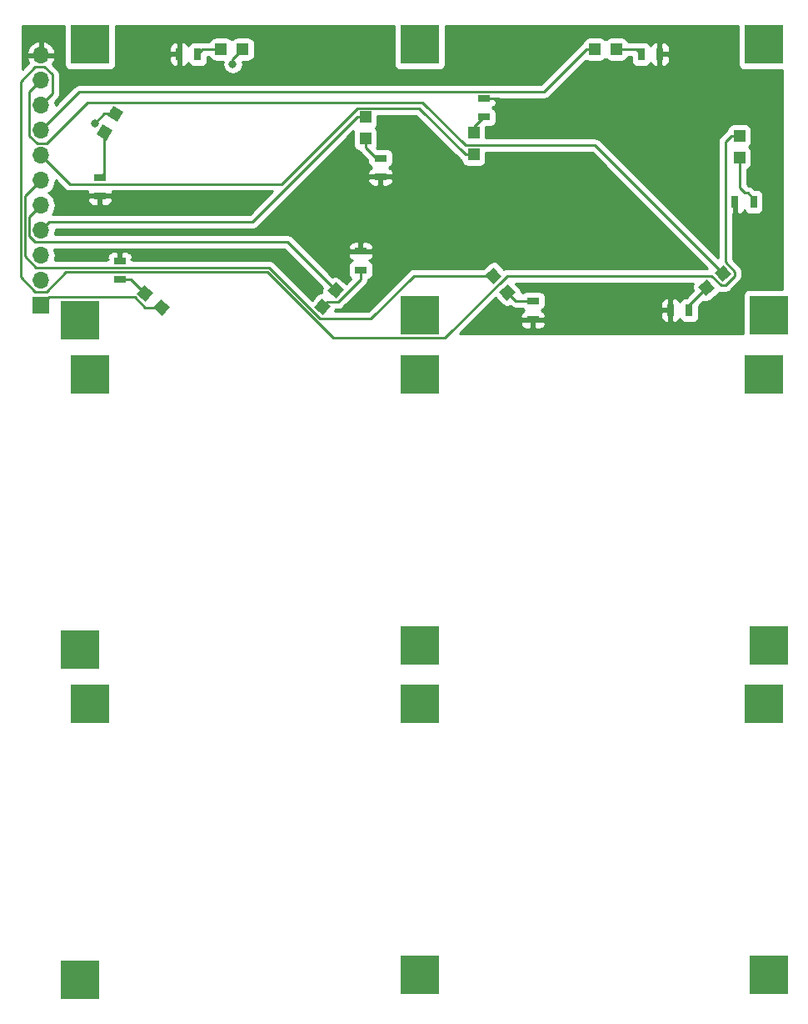
<source format=gbr>
G04 #@! TF.GenerationSoftware,KiCad,Pcbnew,5.1.0*
G04 #@! TF.CreationDate,2019-04-23T13:01:11-05:00*
G04 #@! TF.ProjectId,S4_20Badge,53345f32-3042-4616-9467-652e6b696361,rev?*
G04 #@! TF.SameCoordinates,Original*
G04 #@! TF.FileFunction,Copper,L1,Top*
G04 #@! TF.FilePolarity,Positive*
%FSLAX46Y46*%
G04 Gerber Fmt 4.6, Leading zero omitted, Abs format (unit mm)*
G04 Created by KiCad (PCBNEW 5.1.0) date 2019-04-23 13:01:11*
%MOMM*%
%LPD*%
G04 APERTURE LIST*
%ADD10R,4.000000X4.000000*%
%ADD11C,1.200000*%
%ADD12C,0.100000*%
%ADD13R,1.200000X1.200000*%
%ADD14R,1.700000X1.700000*%
%ADD15O,1.700000X1.700000*%
%ADD16R,1.300000X0.700000*%
%ADD17R,0.700000X1.300000*%
%ADD18C,0.800000*%
%ADD19C,0.250000*%
%ADD20C,0.254000*%
G04 APERTURE END LIST*
D10*
X116500000Y-120000000D03*
X185000000Y-120000000D03*
X150000000Y-147500000D03*
X150000000Y-120000000D03*
X185500000Y-147500000D03*
X115500000Y-148000000D03*
X185000000Y-86500000D03*
X150000000Y-114000000D03*
X185500000Y-114000000D03*
X150000000Y-86500000D03*
X116500000Y-86500000D03*
X115500000Y-114500000D03*
X115500000Y-81000000D03*
X185500000Y-80500000D03*
X150000000Y-80500000D03*
X116500000Y-53000000D03*
X150000000Y-53000000D03*
X185000000Y-53000000D03*
D11*
X122057351Y-78292934D03*
D12*
G36*
X122902650Y-78218980D02*
G01*
X122131305Y-79138233D01*
X121212052Y-78366888D01*
X121983397Y-77447635D01*
X122902650Y-78218980D01*
X122902650Y-78218980D01*
G37*
D11*
X123742649Y-79707066D03*
D12*
G36*
X124587948Y-79633112D02*
G01*
X123816603Y-80552365D01*
X122897350Y-79781020D01*
X123668695Y-78861767D01*
X124587948Y-79633112D01*
X124587948Y-79633112D01*
G37*
D11*
X157500000Y-76500000D03*
D12*
G36*
X156654701Y-76426046D02*
G01*
X157573954Y-75654701D01*
X158345299Y-76573954D01*
X157426046Y-77345299D01*
X156654701Y-76426046D01*
X156654701Y-76426046D01*
G37*
D11*
X158914132Y-78185298D03*
D12*
G36*
X158068833Y-78111344D02*
G01*
X158988086Y-77339999D01*
X159759431Y-78259252D01*
X158840178Y-79030597D01*
X158068833Y-78111344D01*
X158068833Y-78111344D01*
G37*
D11*
X117950000Y-61952628D03*
D12*
G36*
X117730385Y-61133013D02*
G01*
X118769615Y-61733013D01*
X118169615Y-62772243D01*
X117130385Y-62172243D01*
X117730385Y-61133013D01*
X117730385Y-61133013D01*
G37*
D11*
X119050000Y-60047372D03*
D12*
G36*
X118830385Y-59227757D02*
G01*
X119869615Y-59827757D01*
X119269615Y-60866987D01*
X118230385Y-60266987D01*
X118830385Y-59227757D01*
X118830385Y-59227757D01*
G37*
D13*
X155500000Y-64200000D03*
X155500000Y-62000000D03*
X132000000Y-53500000D03*
X129800000Y-53500000D03*
X170000000Y-53500000D03*
X167800000Y-53500000D03*
X144500000Y-62600000D03*
X144500000Y-60400000D03*
X182500000Y-62300000D03*
X182500000Y-64500000D03*
D11*
X141500000Y-78000000D03*
D12*
G36*
X141426046Y-77154701D02*
G01*
X142345299Y-77926046D01*
X141573954Y-78845299D01*
X140654701Y-78073954D01*
X141426046Y-77154701D01*
X141426046Y-77154701D01*
G37*
D11*
X140085868Y-79685298D03*
D12*
G36*
X140011914Y-78839999D02*
G01*
X140931167Y-79611344D01*
X140159822Y-80530597D01*
X139240569Y-79759252D01*
X140011914Y-78839999D01*
X140011914Y-78839999D01*
G37*
D11*
X179157351Y-77707066D03*
D12*
G36*
X179231305Y-76861767D02*
G01*
X180002650Y-77781020D01*
X179083397Y-78552365D01*
X178312052Y-77633112D01*
X179231305Y-76861767D01*
X179231305Y-76861767D01*
G37*
D11*
X180842649Y-76292934D03*
D12*
G36*
X180916603Y-75447635D02*
G01*
X181687948Y-76366888D01*
X180768695Y-77138233D01*
X179997350Y-76218980D01*
X180916603Y-75447635D01*
X180916603Y-75447635D01*
G37*
D14*
X111500000Y-79500000D03*
D15*
X111500000Y-76960000D03*
X111500000Y-74420000D03*
X111500000Y-71880000D03*
X111500000Y-69340000D03*
X111500000Y-66800000D03*
X111500000Y-64260000D03*
X111500000Y-61720000D03*
X111500000Y-59180000D03*
X111500000Y-56640000D03*
X111500000Y-54100000D03*
D16*
X119500000Y-75000000D03*
X119500000Y-76900000D03*
X161500000Y-80950000D03*
X161500000Y-79050000D03*
X117500000Y-66500000D03*
X117500000Y-68400000D03*
X156500000Y-60400000D03*
X156500000Y-58500000D03*
D17*
X125550000Y-54000000D03*
X127450000Y-54000000D03*
X172500000Y-54000000D03*
X174400000Y-54000000D03*
D16*
X146000000Y-64550000D03*
X146000000Y-66450000D03*
D17*
X182050000Y-69000000D03*
X183950000Y-69000000D03*
D16*
X144000000Y-74000000D03*
X144000000Y-75900000D03*
D17*
X177400000Y-80000000D03*
X175500000Y-80000000D03*
D18*
X117000000Y-61000000D03*
X131000000Y-55000000D03*
X121500000Y-74500000D03*
X126000000Y-69000000D03*
X158500000Y-59000000D03*
X144000000Y-70000000D03*
D19*
X120664417Y-76900000D02*
X119500000Y-76900000D01*
X122057351Y-78292934D02*
X120664417Y-76900000D01*
X122859405Y-79707066D02*
X123742649Y-79707066D01*
X121060528Y-78674999D02*
X122092595Y-79707066D01*
X122092595Y-79707066D02*
X122859405Y-79707066D01*
X112325001Y-78674999D02*
X121060528Y-78674999D01*
X111500000Y-79500000D02*
X112325001Y-78674999D01*
X156616756Y-76500000D02*
X157500000Y-76500000D01*
X149414998Y-76500000D02*
X156616756Y-76500000D01*
X145059391Y-80855607D02*
X149414998Y-76500000D01*
X139877289Y-80855607D02*
X145059391Y-80855607D01*
X134696683Y-75675001D02*
X139877289Y-80855607D01*
X111015999Y-75675001D02*
X134696683Y-75675001D01*
X109874990Y-68425010D02*
X109874990Y-74533992D01*
X109874990Y-74533992D02*
X111015999Y-75675001D01*
X111500000Y-66800000D02*
X109874990Y-68425010D01*
X117950000Y-66050000D02*
X117500000Y-66500000D01*
X117950000Y-61952628D02*
X117950000Y-66050000D01*
X127950000Y-53500000D02*
X127450000Y-54000000D01*
X129800000Y-53500000D02*
X127950000Y-53500000D01*
X117952628Y-60047372D02*
X119050000Y-60047372D01*
X117000000Y-61000000D02*
X117952628Y-60047372D01*
X154650000Y-64200000D02*
X155500000Y-64200000D01*
X149924999Y-59474999D02*
X154650000Y-64200000D01*
X143639999Y-59474999D02*
X149924999Y-59474999D01*
X135939997Y-67175001D02*
X143639999Y-59474999D01*
X114415001Y-67175001D02*
X135939997Y-67175001D01*
X111500000Y-64260000D02*
X114415001Y-67175001D01*
X145600000Y-64550000D02*
X146000000Y-64550000D01*
X144500000Y-63450000D02*
X145600000Y-64550000D01*
X144500000Y-62600000D02*
X144500000Y-63450000D01*
X131000000Y-54500000D02*
X132000000Y-53500000D01*
X131000000Y-55000000D02*
X131000000Y-54500000D01*
X144000000Y-76500000D02*
X144000000Y-75900000D01*
X144000000Y-76878888D02*
X144000000Y-76500000D01*
X141690184Y-79188704D02*
X144000000Y-76878888D01*
X140582462Y-79188704D02*
X141690184Y-79188704D01*
X140085868Y-79685298D02*
X140582462Y-79188704D01*
X159778834Y-79050000D02*
X161500000Y-79050000D01*
X158914132Y-78185298D02*
X159778834Y-79050000D01*
X166950000Y-53500000D02*
X167800000Y-53500000D01*
X162625001Y-57824999D02*
X166950000Y-53500000D01*
X115395001Y-57824999D02*
X162625001Y-57824999D01*
X111500000Y-61720000D02*
X115395001Y-57824999D01*
X155500000Y-61400000D02*
X156500000Y-60400000D01*
X155500000Y-62000000D02*
X155500000Y-61400000D01*
X133019999Y-71030001D02*
X143650000Y-60400000D01*
X143650000Y-60400000D02*
X144500000Y-60400000D01*
X112349999Y-71030001D02*
X133019999Y-71030001D01*
X111500000Y-71880000D02*
X112349999Y-71030001D01*
X112675001Y-58004999D02*
X111500000Y-59180000D01*
X109424980Y-56786020D02*
X110935999Y-55275001D01*
X109424980Y-76623982D02*
X109424980Y-56786020D01*
X182012958Y-76501513D02*
X181051228Y-77463243D01*
X181051228Y-75122625D02*
X182012958Y-76084355D01*
X181051228Y-62898772D02*
X181051228Y-75122625D01*
X181051228Y-77463243D02*
X180634070Y-77463243D01*
X182012958Y-76084355D02*
X182012958Y-76501513D01*
X181650000Y-62300000D02*
X181051228Y-62898772D01*
X110935999Y-55275001D02*
X111874003Y-55275001D01*
X112064001Y-78135001D02*
X110935999Y-78135001D01*
X182500000Y-62300000D02*
X181650000Y-62300000D01*
X141210273Y-82825001D02*
X134510283Y-76125011D01*
X114073991Y-76125011D02*
X112064001Y-78135001D01*
X112675001Y-56075999D02*
X112675001Y-58004999D01*
X180634070Y-77463243D02*
X179672340Y-76501513D01*
X134510283Y-76125011D02*
X114073991Y-76125011D01*
X179672340Y-76501513D02*
X158877375Y-76501513D01*
X111874003Y-55275001D02*
X112675001Y-56075999D01*
X158877375Y-76501513D02*
X152553887Y-82825001D01*
X152553887Y-82825001D02*
X141210273Y-82825001D01*
X110935999Y-78135001D02*
X109424980Y-76623982D01*
X172000000Y-53500000D02*
X172500000Y-54000000D01*
X170000000Y-53500000D02*
X172000000Y-53500000D01*
X136555001Y-73055001D02*
X141003406Y-77503406D01*
X110935999Y-73055001D02*
X136555001Y-73055001D01*
X110324999Y-72444001D02*
X110935999Y-73055001D01*
X110324999Y-70515001D02*
X110324999Y-72444001D01*
X141003406Y-77503406D02*
X141500000Y-78000000D01*
X111500000Y-69340000D02*
X110324999Y-70515001D01*
X183950000Y-68700000D02*
X183950000Y-69000000D01*
X183350000Y-68100000D02*
X183950000Y-68700000D01*
X183050000Y-68100000D02*
X183350000Y-68100000D01*
X182500000Y-67550000D02*
X183050000Y-68100000D01*
X182500000Y-64500000D02*
X182500000Y-67550000D01*
X177400000Y-79464417D02*
X177400000Y-80000000D01*
X179157351Y-77707066D02*
X177400000Y-79464417D01*
X167824714Y-63274999D02*
X180346055Y-75796340D01*
X154639999Y-63274999D02*
X167824714Y-63274999D01*
X150267747Y-58902747D02*
X154639999Y-63274999D01*
X116246253Y-58902747D02*
X150267747Y-58902747D01*
X112064001Y-63084999D02*
X116246253Y-58902747D01*
X111125997Y-63084999D02*
X112064001Y-63084999D01*
X110324999Y-62284001D02*
X111125997Y-63084999D01*
X180346055Y-75796340D02*
X180842649Y-76292934D01*
X110324999Y-57815001D02*
X110324999Y-62284001D01*
X111500000Y-56640000D02*
X110324999Y-57815001D01*
X158000000Y-58500000D02*
X158500000Y-59000000D01*
X156500000Y-58500000D02*
X158000000Y-58500000D01*
D20*
G36*
X113861928Y-55000000D02*
G01*
X113874188Y-55124482D01*
X113910498Y-55244180D01*
X113969463Y-55354494D01*
X114048815Y-55451185D01*
X114145506Y-55530537D01*
X114255820Y-55589502D01*
X114375518Y-55625812D01*
X114500000Y-55638072D01*
X118500000Y-55638072D01*
X118624482Y-55625812D01*
X118744180Y-55589502D01*
X118854494Y-55530537D01*
X118951185Y-55451185D01*
X119030537Y-55354494D01*
X119089502Y-55244180D01*
X119125812Y-55124482D01*
X119138072Y-55000000D01*
X119138072Y-54650000D01*
X124561928Y-54650000D01*
X124574188Y-54774482D01*
X124610498Y-54894180D01*
X124669463Y-55004494D01*
X124748815Y-55101185D01*
X124845506Y-55180537D01*
X124955820Y-55239502D01*
X125075518Y-55275812D01*
X125200000Y-55288072D01*
X125264250Y-55285000D01*
X125423000Y-55126250D01*
X125423000Y-54127000D01*
X124723750Y-54127000D01*
X124565000Y-54285750D01*
X124561928Y-54650000D01*
X119138072Y-54650000D01*
X119138072Y-53350000D01*
X124561928Y-53350000D01*
X124565000Y-53714250D01*
X124723750Y-53873000D01*
X125423000Y-53873000D01*
X125423000Y-52873750D01*
X125677000Y-52873750D01*
X125677000Y-53873000D01*
X125697000Y-53873000D01*
X125697000Y-54127000D01*
X125677000Y-54127000D01*
X125677000Y-55126250D01*
X125835750Y-55285000D01*
X125900000Y-55288072D01*
X126024482Y-55275812D01*
X126144180Y-55239502D01*
X126254494Y-55180537D01*
X126351185Y-55101185D01*
X126430537Y-55004494D01*
X126489502Y-54894180D01*
X126500000Y-54859573D01*
X126510498Y-54894180D01*
X126569463Y-55004494D01*
X126648815Y-55101185D01*
X126745506Y-55180537D01*
X126855820Y-55239502D01*
X126975518Y-55275812D01*
X127100000Y-55288072D01*
X127800000Y-55288072D01*
X127924482Y-55275812D01*
X128044180Y-55239502D01*
X128154494Y-55180537D01*
X128251185Y-55101185D01*
X128330537Y-55004494D01*
X128389502Y-54894180D01*
X128425812Y-54774482D01*
X128438072Y-54650000D01*
X128438072Y-54260000D01*
X128584962Y-54260000D01*
X128610498Y-54344180D01*
X128669463Y-54454494D01*
X128748815Y-54551185D01*
X128845506Y-54630537D01*
X128955820Y-54689502D01*
X129075518Y-54725812D01*
X129200000Y-54738072D01*
X129996824Y-54738072D01*
X129965000Y-54898061D01*
X129965000Y-55101939D01*
X130004774Y-55301898D01*
X130082795Y-55490256D01*
X130196063Y-55659774D01*
X130340226Y-55803937D01*
X130509744Y-55917205D01*
X130698102Y-55995226D01*
X130898061Y-56035000D01*
X131101939Y-56035000D01*
X131301898Y-55995226D01*
X131490256Y-55917205D01*
X131659774Y-55803937D01*
X131803937Y-55659774D01*
X131917205Y-55490256D01*
X131995226Y-55301898D01*
X132035000Y-55101939D01*
X132035000Y-54898061D01*
X132003176Y-54738072D01*
X132600000Y-54738072D01*
X132724482Y-54725812D01*
X132844180Y-54689502D01*
X132954494Y-54630537D01*
X133051185Y-54551185D01*
X133130537Y-54454494D01*
X133189502Y-54344180D01*
X133225812Y-54224482D01*
X133238072Y-54100000D01*
X133238072Y-52900000D01*
X133225812Y-52775518D01*
X133189502Y-52655820D01*
X133130537Y-52545506D01*
X133051185Y-52448815D01*
X132954494Y-52369463D01*
X132844180Y-52310498D01*
X132724482Y-52274188D01*
X132600000Y-52261928D01*
X131400000Y-52261928D01*
X131275518Y-52274188D01*
X131155820Y-52310498D01*
X131045506Y-52369463D01*
X130948815Y-52448815D01*
X130900000Y-52508296D01*
X130851185Y-52448815D01*
X130754494Y-52369463D01*
X130644180Y-52310498D01*
X130524482Y-52274188D01*
X130400000Y-52261928D01*
X129200000Y-52261928D01*
X129075518Y-52274188D01*
X128955820Y-52310498D01*
X128845506Y-52369463D01*
X128748815Y-52448815D01*
X128669463Y-52545506D01*
X128610498Y-52655820D01*
X128584962Y-52740000D01*
X127987325Y-52740000D01*
X127971455Y-52738437D01*
X127924482Y-52724188D01*
X127800000Y-52711928D01*
X127100000Y-52711928D01*
X126975518Y-52724188D01*
X126855820Y-52760498D01*
X126745506Y-52819463D01*
X126648815Y-52898815D01*
X126569463Y-52995506D01*
X126510498Y-53105820D01*
X126500000Y-53140427D01*
X126489502Y-53105820D01*
X126430537Y-52995506D01*
X126351185Y-52898815D01*
X126254494Y-52819463D01*
X126144180Y-52760498D01*
X126024482Y-52724188D01*
X125900000Y-52711928D01*
X125835750Y-52715000D01*
X125677000Y-52873750D01*
X125423000Y-52873750D01*
X125264250Y-52715000D01*
X125200000Y-52711928D01*
X125075518Y-52724188D01*
X124955820Y-52760498D01*
X124845506Y-52819463D01*
X124748815Y-52898815D01*
X124669463Y-52995506D01*
X124610498Y-53105820D01*
X124574188Y-53225518D01*
X124561928Y-53350000D01*
X119138072Y-53350000D01*
X119138072Y-51127000D01*
X147361928Y-51127000D01*
X147361928Y-55000000D01*
X147374188Y-55124482D01*
X147410498Y-55244180D01*
X147469463Y-55354494D01*
X147548815Y-55451185D01*
X147645506Y-55530537D01*
X147755820Y-55589502D01*
X147875518Y-55625812D01*
X148000000Y-55638072D01*
X152000000Y-55638072D01*
X152124482Y-55625812D01*
X152244180Y-55589502D01*
X152354494Y-55530537D01*
X152451185Y-55451185D01*
X152530537Y-55354494D01*
X152589502Y-55244180D01*
X152625812Y-55124482D01*
X152638072Y-55000000D01*
X152638072Y-51127000D01*
X182361928Y-51127000D01*
X182361928Y-55000000D01*
X182374188Y-55124482D01*
X182410498Y-55244180D01*
X182469463Y-55354494D01*
X182548815Y-55451185D01*
X182645506Y-55530537D01*
X182755820Y-55589502D01*
X182875518Y-55625812D01*
X183000000Y-55638072D01*
X186873000Y-55638072D01*
X186873000Y-77861928D01*
X183500000Y-77861928D01*
X183375518Y-77874188D01*
X183255820Y-77910498D01*
X183145506Y-77969463D01*
X183048815Y-78048815D01*
X182969463Y-78145506D01*
X182910498Y-78255820D01*
X182874188Y-78375518D01*
X182861928Y-78500000D01*
X182861928Y-82373000D01*
X154080689Y-82373000D01*
X155153689Y-81300000D01*
X160211928Y-81300000D01*
X160224188Y-81424482D01*
X160260498Y-81544180D01*
X160319463Y-81654494D01*
X160398815Y-81751185D01*
X160495506Y-81830537D01*
X160605820Y-81889502D01*
X160725518Y-81925812D01*
X160850000Y-81938072D01*
X161214250Y-81935000D01*
X161373000Y-81776250D01*
X161373000Y-81077000D01*
X161627000Y-81077000D01*
X161627000Y-81776250D01*
X161785750Y-81935000D01*
X162150000Y-81938072D01*
X162274482Y-81925812D01*
X162394180Y-81889502D01*
X162504494Y-81830537D01*
X162601185Y-81751185D01*
X162680537Y-81654494D01*
X162739502Y-81544180D01*
X162775812Y-81424482D01*
X162788072Y-81300000D01*
X162785000Y-81235750D01*
X162626250Y-81077000D01*
X161627000Y-81077000D01*
X161373000Y-81077000D01*
X160373750Y-81077000D01*
X160215000Y-81235750D01*
X160211928Y-81300000D01*
X155153689Y-81300000D01*
X157740717Y-78712974D01*
X158351387Y-79440742D01*
X158440794Y-79528219D01*
X158545549Y-79596574D01*
X158661627Y-79643178D01*
X158784566Y-79666241D01*
X158909643Y-79664877D01*
X159032050Y-79639137D01*
X159147084Y-79590012D01*
X159204658Y-79550626D01*
X159215035Y-79561003D01*
X159238833Y-79590001D01*
X159354558Y-79684974D01*
X159486587Y-79755546D01*
X159629848Y-79799003D01*
X159741501Y-79810000D01*
X159741510Y-79810000D01*
X159778833Y-79813676D01*
X159816156Y-79810000D01*
X160365015Y-79810000D01*
X160398815Y-79851185D01*
X160495506Y-79930537D01*
X160605820Y-79989502D01*
X160640427Y-80000000D01*
X160605820Y-80010498D01*
X160495506Y-80069463D01*
X160398815Y-80148815D01*
X160319463Y-80245506D01*
X160260498Y-80355820D01*
X160224188Y-80475518D01*
X160211928Y-80600000D01*
X160215000Y-80664250D01*
X160373750Y-80823000D01*
X161373000Y-80823000D01*
X161373000Y-80803000D01*
X161627000Y-80803000D01*
X161627000Y-80823000D01*
X162626250Y-80823000D01*
X162785000Y-80664250D01*
X162785681Y-80650000D01*
X174511928Y-80650000D01*
X174524188Y-80774482D01*
X174560498Y-80894180D01*
X174619463Y-81004494D01*
X174698815Y-81101185D01*
X174795506Y-81180537D01*
X174905820Y-81239502D01*
X175025518Y-81275812D01*
X175150000Y-81288072D01*
X175214250Y-81285000D01*
X175373000Y-81126250D01*
X175373000Y-80127000D01*
X174673750Y-80127000D01*
X174515000Y-80285750D01*
X174511928Y-80650000D01*
X162785681Y-80650000D01*
X162788072Y-80600000D01*
X162775812Y-80475518D01*
X162739502Y-80355820D01*
X162680537Y-80245506D01*
X162601185Y-80148815D01*
X162504494Y-80069463D01*
X162394180Y-80010498D01*
X162359573Y-80000000D01*
X162394180Y-79989502D01*
X162504494Y-79930537D01*
X162601185Y-79851185D01*
X162680537Y-79754494D01*
X162739502Y-79644180D01*
X162775812Y-79524482D01*
X162788072Y-79400000D01*
X162788072Y-79350000D01*
X174511928Y-79350000D01*
X174515000Y-79714250D01*
X174673750Y-79873000D01*
X175373000Y-79873000D01*
X175373000Y-78873750D01*
X175214250Y-78715000D01*
X175150000Y-78711928D01*
X175025518Y-78724188D01*
X174905820Y-78760498D01*
X174795506Y-78819463D01*
X174698815Y-78898815D01*
X174619463Y-78995506D01*
X174560498Y-79105820D01*
X174524188Y-79225518D01*
X174511928Y-79350000D01*
X162788072Y-79350000D01*
X162788072Y-78700000D01*
X162775812Y-78575518D01*
X162739502Y-78455820D01*
X162680537Y-78345506D01*
X162601185Y-78248815D01*
X162504494Y-78169463D01*
X162394180Y-78110498D01*
X162274482Y-78074188D01*
X162150000Y-78061928D01*
X160850000Y-78061928D01*
X160725518Y-78074188D01*
X160605820Y-78110498D01*
X160495506Y-78169463D01*
X160398815Y-78248815D01*
X160394413Y-78254179D01*
X160393711Y-78189787D01*
X160367971Y-78067380D01*
X160318846Y-77952346D01*
X160248222Y-77849107D01*
X159755172Y-77261513D01*
X177796300Y-77261513D01*
X177746075Y-77338483D01*
X177699471Y-77454561D01*
X177676408Y-77577500D01*
X177677772Y-77702577D01*
X177703512Y-77824984D01*
X177752637Y-77940018D01*
X177792023Y-77997593D01*
X177077688Y-78711928D01*
X177050000Y-78711928D01*
X176925518Y-78724188D01*
X176805820Y-78760498D01*
X176695506Y-78819463D01*
X176598815Y-78898815D01*
X176519463Y-78995506D01*
X176460498Y-79105820D01*
X176450000Y-79140427D01*
X176439502Y-79105820D01*
X176380537Y-78995506D01*
X176301185Y-78898815D01*
X176204494Y-78819463D01*
X176094180Y-78760498D01*
X175974482Y-78724188D01*
X175850000Y-78711928D01*
X175785750Y-78715000D01*
X175627000Y-78873750D01*
X175627000Y-79873000D01*
X175647000Y-79873000D01*
X175647000Y-80127000D01*
X175627000Y-80127000D01*
X175627000Y-81126250D01*
X175785750Y-81285000D01*
X175850000Y-81288072D01*
X175974482Y-81275812D01*
X176094180Y-81239502D01*
X176204494Y-81180537D01*
X176301185Y-81101185D01*
X176380537Y-81004494D01*
X176439502Y-80894180D01*
X176450000Y-80859573D01*
X176460498Y-80894180D01*
X176519463Y-81004494D01*
X176598815Y-81101185D01*
X176695506Y-81180537D01*
X176805820Y-81239502D01*
X176925518Y-81275812D01*
X177050000Y-81288072D01*
X177750000Y-81288072D01*
X177874482Y-81275812D01*
X177994180Y-81239502D01*
X178104494Y-81180537D01*
X178201185Y-81101185D01*
X178280537Y-81004494D01*
X178339502Y-80894180D01*
X178375812Y-80774482D01*
X178388072Y-80650000D01*
X178388072Y-79551146D01*
X178811678Y-79127540D01*
X178904846Y-79164946D01*
X179027785Y-79188009D01*
X179152862Y-79186645D01*
X179275269Y-79160905D01*
X179390303Y-79111780D01*
X179493542Y-79041156D01*
X180412795Y-78269811D01*
X180472772Y-78208511D01*
X180485084Y-78212246D01*
X180634070Y-78226920D01*
X180671403Y-78223243D01*
X181013906Y-78223243D01*
X181051228Y-78226919D01*
X181088550Y-78223243D01*
X181088561Y-78223243D01*
X181200214Y-78212246D01*
X181343475Y-78168789D01*
X181475504Y-78098217D01*
X181591229Y-78003244D01*
X181615032Y-77974241D01*
X182523961Y-77065312D01*
X182552959Y-77041514D01*
X182647932Y-76925789D01*
X182718504Y-76793760D01*
X182761961Y-76650499D01*
X182771859Y-76550000D01*
X182776635Y-76501513D01*
X182772958Y-76464180D01*
X182772958Y-76121688D01*
X182776635Y-76084355D01*
X182761961Y-75935369D01*
X182718504Y-75792108D01*
X182647932Y-75660079D01*
X182576757Y-75573352D01*
X182552959Y-75544354D01*
X182523962Y-75520557D01*
X181811228Y-74807824D01*
X181811228Y-70238022D01*
X181923000Y-70126250D01*
X181923000Y-69127000D01*
X181903000Y-69127000D01*
X181903000Y-68873000D01*
X181923000Y-68873000D01*
X181923000Y-68853000D01*
X182177000Y-68853000D01*
X182177000Y-68873000D01*
X182197000Y-68873000D01*
X182197000Y-69127000D01*
X182177000Y-69127000D01*
X182177000Y-70126250D01*
X182335750Y-70285000D01*
X182400000Y-70288072D01*
X182524482Y-70275812D01*
X182644180Y-70239502D01*
X182754494Y-70180537D01*
X182851185Y-70101185D01*
X182930537Y-70004494D01*
X182989502Y-69894180D01*
X183000000Y-69859573D01*
X183010498Y-69894180D01*
X183069463Y-70004494D01*
X183148815Y-70101185D01*
X183245506Y-70180537D01*
X183355820Y-70239502D01*
X183475518Y-70275812D01*
X183600000Y-70288072D01*
X184300000Y-70288072D01*
X184424482Y-70275812D01*
X184544180Y-70239502D01*
X184654494Y-70180537D01*
X184751185Y-70101185D01*
X184830537Y-70004494D01*
X184889502Y-69894180D01*
X184925812Y-69774482D01*
X184938072Y-69650000D01*
X184938072Y-68350000D01*
X184925812Y-68225518D01*
X184889502Y-68105820D01*
X184830537Y-67995506D01*
X184751185Y-67898815D01*
X184654494Y-67819463D01*
X184544180Y-67760498D01*
X184424482Y-67724188D01*
X184300000Y-67711928D01*
X184036729Y-67711928D01*
X183913803Y-67589002D01*
X183890001Y-67559999D01*
X183774276Y-67465026D01*
X183642247Y-67394454D01*
X183498986Y-67350997D01*
X183387333Y-67340000D01*
X183387322Y-67340000D01*
X183362342Y-67337540D01*
X183260000Y-67235198D01*
X183260000Y-65715038D01*
X183344180Y-65689502D01*
X183454494Y-65630537D01*
X183551185Y-65551185D01*
X183630537Y-65454494D01*
X183689502Y-65344180D01*
X183725812Y-65224482D01*
X183738072Y-65100000D01*
X183738072Y-63900000D01*
X183725812Y-63775518D01*
X183689502Y-63655820D01*
X183630537Y-63545506D01*
X183551185Y-63448815D01*
X183491704Y-63400000D01*
X183551185Y-63351185D01*
X183630537Y-63254494D01*
X183689502Y-63144180D01*
X183725812Y-63024482D01*
X183738072Y-62900000D01*
X183738072Y-61700000D01*
X183725812Y-61575518D01*
X183689502Y-61455820D01*
X183630537Y-61345506D01*
X183551185Y-61248815D01*
X183454494Y-61169463D01*
X183344180Y-61110498D01*
X183224482Y-61074188D01*
X183100000Y-61061928D01*
X181900000Y-61061928D01*
X181775518Y-61074188D01*
X181655820Y-61110498D01*
X181545506Y-61169463D01*
X181448815Y-61248815D01*
X181369463Y-61345506D01*
X181310498Y-61455820D01*
X181274188Y-61575518D01*
X181267576Y-61642655D01*
X181225724Y-61665026D01*
X181225722Y-61665027D01*
X181225723Y-61665027D01*
X181138996Y-61736201D01*
X181138992Y-61736205D01*
X181109999Y-61759999D01*
X181086205Y-61788992D01*
X180540230Y-62334969D01*
X180511227Y-62358771D01*
X180457470Y-62424275D01*
X180416254Y-62474496D01*
X180388726Y-62525997D01*
X180345682Y-62606526D01*
X180302225Y-62749787D01*
X180291228Y-62861440D01*
X180291228Y-62861450D01*
X180287552Y-62898772D01*
X180291228Y-62936094D01*
X180291229Y-74666712D01*
X168388518Y-62764002D01*
X168364715Y-62734998D01*
X168248990Y-62640025D01*
X168116961Y-62569453D01*
X167973700Y-62525996D01*
X167862047Y-62514999D01*
X167862036Y-62514999D01*
X167824714Y-62511323D01*
X167787392Y-62514999D01*
X156738072Y-62514999D01*
X156738072Y-61400000D01*
X156736897Y-61388072D01*
X157150000Y-61388072D01*
X157274482Y-61375812D01*
X157394180Y-61339502D01*
X157504494Y-61280537D01*
X157601185Y-61201185D01*
X157680537Y-61104494D01*
X157739502Y-60994180D01*
X157775812Y-60874482D01*
X157788072Y-60750000D01*
X157788072Y-60050000D01*
X157775812Y-59925518D01*
X157739502Y-59805820D01*
X157680537Y-59695506D01*
X157601185Y-59598815D01*
X157504494Y-59519463D01*
X157394180Y-59460498D01*
X157359573Y-59450000D01*
X157394180Y-59439502D01*
X157504494Y-59380537D01*
X157601185Y-59301185D01*
X157680537Y-59204494D01*
X157739502Y-59094180D01*
X157775812Y-58974482D01*
X157788072Y-58850000D01*
X157785000Y-58785750D01*
X157626252Y-58627002D01*
X157785000Y-58627002D01*
X157785000Y-58584999D01*
X162587679Y-58584999D01*
X162625001Y-58588675D01*
X162662323Y-58584999D01*
X162662334Y-58584999D01*
X162773987Y-58574002D01*
X162917248Y-58530545D01*
X163049277Y-58459973D01*
X163165002Y-58365000D01*
X163188805Y-58335996D01*
X166877281Y-54647521D01*
X166955820Y-54689502D01*
X167075518Y-54725812D01*
X167200000Y-54738072D01*
X168400000Y-54738072D01*
X168524482Y-54725812D01*
X168644180Y-54689502D01*
X168754494Y-54630537D01*
X168851185Y-54551185D01*
X168900000Y-54491704D01*
X168948815Y-54551185D01*
X169045506Y-54630537D01*
X169155820Y-54689502D01*
X169275518Y-54725812D01*
X169400000Y-54738072D01*
X170600000Y-54738072D01*
X170724482Y-54725812D01*
X170844180Y-54689502D01*
X170954494Y-54630537D01*
X171051185Y-54551185D01*
X171130537Y-54454494D01*
X171189502Y-54344180D01*
X171215038Y-54260000D01*
X171511928Y-54260000D01*
X171511928Y-54650000D01*
X171524188Y-54774482D01*
X171560498Y-54894180D01*
X171619463Y-55004494D01*
X171698815Y-55101185D01*
X171795506Y-55180537D01*
X171905820Y-55239502D01*
X172025518Y-55275812D01*
X172150000Y-55288072D01*
X172850000Y-55288072D01*
X172974482Y-55275812D01*
X173094180Y-55239502D01*
X173204494Y-55180537D01*
X173301185Y-55101185D01*
X173380537Y-55004494D01*
X173439502Y-54894180D01*
X173450000Y-54859573D01*
X173460498Y-54894180D01*
X173519463Y-55004494D01*
X173598815Y-55101185D01*
X173695506Y-55180537D01*
X173805820Y-55239502D01*
X173925518Y-55275812D01*
X174050000Y-55288072D01*
X174114250Y-55285000D01*
X174273000Y-55126250D01*
X174273000Y-54127000D01*
X174527000Y-54127000D01*
X174527000Y-55126250D01*
X174685750Y-55285000D01*
X174750000Y-55288072D01*
X174874482Y-55275812D01*
X174994180Y-55239502D01*
X175104494Y-55180537D01*
X175201185Y-55101185D01*
X175280537Y-55004494D01*
X175339502Y-54894180D01*
X175375812Y-54774482D01*
X175388072Y-54650000D01*
X175385000Y-54285750D01*
X175226250Y-54127000D01*
X174527000Y-54127000D01*
X174273000Y-54127000D01*
X174253000Y-54127000D01*
X174253000Y-53873000D01*
X174273000Y-53873000D01*
X174273000Y-52873750D01*
X174527000Y-52873750D01*
X174527000Y-53873000D01*
X175226250Y-53873000D01*
X175385000Y-53714250D01*
X175388072Y-53350000D01*
X175375812Y-53225518D01*
X175339502Y-53105820D01*
X175280537Y-52995506D01*
X175201185Y-52898815D01*
X175104494Y-52819463D01*
X174994180Y-52760498D01*
X174874482Y-52724188D01*
X174750000Y-52711928D01*
X174685750Y-52715000D01*
X174527000Y-52873750D01*
X174273000Y-52873750D01*
X174114250Y-52715000D01*
X174050000Y-52711928D01*
X173925518Y-52724188D01*
X173805820Y-52760498D01*
X173695506Y-52819463D01*
X173598815Y-52898815D01*
X173519463Y-52995506D01*
X173460498Y-53105820D01*
X173450000Y-53140427D01*
X173439502Y-53105820D01*
X173380537Y-52995506D01*
X173301185Y-52898815D01*
X173204494Y-52819463D01*
X173094180Y-52760498D01*
X172974482Y-52724188D01*
X172850000Y-52711928D01*
X172150000Y-52711928D01*
X172025518Y-52724188D01*
X171978545Y-52738437D01*
X171962678Y-52740000D01*
X171215038Y-52740000D01*
X171189502Y-52655820D01*
X171130537Y-52545506D01*
X171051185Y-52448815D01*
X170954494Y-52369463D01*
X170844180Y-52310498D01*
X170724482Y-52274188D01*
X170600000Y-52261928D01*
X169400000Y-52261928D01*
X169275518Y-52274188D01*
X169155820Y-52310498D01*
X169045506Y-52369463D01*
X168948815Y-52448815D01*
X168900000Y-52508296D01*
X168851185Y-52448815D01*
X168754494Y-52369463D01*
X168644180Y-52310498D01*
X168524482Y-52274188D01*
X168400000Y-52261928D01*
X167200000Y-52261928D01*
X167075518Y-52274188D01*
X166955820Y-52310498D01*
X166845506Y-52369463D01*
X166748815Y-52448815D01*
X166669463Y-52545506D01*
X166610498Y-52655820D01*
X166574188Y-52775518D01*
X166567576Y-52842655D01*
X166525724Y-52865026D01*
X166409999Y-52959999D01*
X166386201Y-52988997D01*
X162310200Y-57064999D01*
X115432323Y-57064999D01*
X115395000Y-57061323D01*
X115357677Y-57064999D01*
X115357668Y-57064999D01*
X115246015Y-57075996D01*
X115102754Y-57119453D01*
X114970725Y-57190025D01*
X114855000Y-57284998D01*
X114831202Y-57313996D01*
X112989765Y-59155433D01*
X112963513Y-58888889D01*
X112940797Y-58814005D01*
X113186004Y-58568798D01*
X113215002Y-58545000D01*
X113309975Y-58429275D01*
X113380547Y-58297246D01*
X113424004Y-58153985D01*
X113435001Y-58042332D01*
X113435001Y-58042323D01*
X113438677Y-58005000D01*
X113435001Y-57967677D01*
X113435001Y-56113321D01*
X113438677Y-56075998D01*
X113435001Y-56038675D01*
X113435001Y-56038666D01*
X113424004Y-55927013D01*
X113380547Y-55783752D01*
X113309975Y-55651723D01*
X113215002Y-55535998D01*
X113186005Y-55512201D01*
X112672987Y-54999183D01*
X112771641Y-54866920D01*
X112896825Y-54604099D01*
X112941476Y-54456890D01*
X112820155Y-54227000D01*
X111627000Y-54227000D01*
X111627000Y-54247000D01*
X111373000Y-54247000D01*
X111373000Y-54227000D01*
X110179845Y-54227000D01*
X110058524Y-54456890D01*
X110103175Y-54604099D01*
X110228359Y-54866920D01*
X110245841Y-54890357D01*
X109627000Y-55509198D01*
X109627000Y-53743110D01*
X110058524Y-53743110D01*
X110179845Y-53973000D01*
X111373000Y-53973000D01*
X111373000Y-52779186D01*
X111627000Y-52779186D01*
X111627000Y-53973000D01*
X112820155Y-53973000D01*
X112941476Y-53743110D01*
X112896825Y-53595901D01*
X112771641Y-53333080D01*
X112597588Y-53099731D01*
X112381355Y-52904822D01*
X112131252Y-52755843D01*
X111856891Y-52658519D01*
X111627000Y-52779186D01*
X111373000Y-52779186D01*
X111143109Y-52658519D01*
X110868748Y-52755843D01*
X110618645Y-52904822D01*
X110402412Y-53099731D01*
X110228359Y-53333080D01*
X110103175Y-53595901D01*
X110058524Y-53743110D01*
X109627000Y-53743110D01*
X109627000Y-51127000D01*
X113861928Y-51127000D01*
X113861928Y-55000000D01*
X113861928Y-55000000D01*
G37*
X113861928Y-55000000D02*
X113874188Y-55124482D01*
X113910498Y-55244180D01*
X113969463Y-55354494D01*
X114048815Y-55451185D01*
X114145506Y-55530537D01*
X114255820Y-55589502D01*
X114375518Y-55625812D01*
X114500000Y-55638072D01*
X118500000Y-55638072D01*
X118624482Y-55625812D01*
X118744180Y-55589502D01*
X118854494Y-55530537D01*
X118951185Y-55451185D01*
X119030537Y-55354494D01*
X119089502Y-55244180D01*
X119125812Y-55124482D01*
X119138072Y-55000000D01*
X119138072Y-54650000D01*
X124561928Y-54650000D01*
X124574188Y-54774482D01*
X124610498Y-54894180D01*
X124669463Y-55004494D01*
X124748815Y-55101185D01*
X124845506Y-55180537D01*
X124955820Y-55239502D01*
X125075518Y-55275812D01*
X125200000Y-55288072D01*
X125264250Y-55285000D01*
X125423000Y-55126250D01*
X125423000Y-54127000D01*
X124723750Y-54127000D01*
X124565000Y-54285750D01*
X124561928Y-54650000D01*
X119138072Y-54650000D01*
X119138072Y-53350000D01*
X124561928Y-53350000D01*
X124565000Y-53714250D01*
X124723750Y-53873000D01*
X125423000Y-53873000D01*
X125423000Y-52873750D01*
X125677000Y-52873750D01*
X125677000Y-53873000D01*
X125697000Y-53873000D01*
X125697000Y-54127000D01*
X125677000Y-54127000D01*
X125677000Y-55126250D01*
X125835750Y-55285000D01*
X125900000Y-55288072D01*
X126024482Y-55275812D01*
X126144180Y-55239502D01*
X126254494Y-55180537D01*
X126351185Y-55101185D01*
X126430537Y-55004494D01*
X126489502Y-54894180D01*
X126500000Y-54859573D01*
X126510498Y-54894180D01*
X126569463Y-55004494D01*
X126648815Y-55101185D01*
X126745506Y-55180537D01*
X126855820Y-55239502D01*
X126975518Y-55275812D01*
X127100000Y-55288072D01*
X127800000Y-55288072D01*
X127924482Y-55275812D01*
X128044180Y-55239502D01*
X128154494Y-55180537D01*
X128251185Y-55101185D01*
X128330537Y-55004494D01*
X128389502Y-54894180D01*
X128425812Y-54774482D01*
X128438072Y-54650000D01*
X128438072Y-54260000D01*
X128584962Y-54260000D01*
X128610498Y-54344180D01*
X128669463Y-54454494D01*
X128748815Y-54551185D01*
X128845506Y-54630537D01*
X128955820Y-54689502D01*
X129075518Y-54725812D01*
X129200000Y-54738072D01*
X129996824Y-54738072D01*
X129965000Y-54898061D01*
X129965000Y-55101939D01*
X130004774Y-55301898D01*
X130082795Y-55490256D01*
X130196063Y-55659774D01*
X130340226Y-55803937D01*
X130509744Y-55917205D01*
X130698102Y-55995226D01*
X130898061Y-56035000D01*
X131101939Y-56035000D01*
X131301898Y-55995226D01*
X131490256Y-55917205D01*
X131659774Y-55803937D01*
X131803937Y-55659774D01*
X131917205Y-55490256D01*
X131995226Y-55301898D01*
X132035000Y-55101939D01*
X132035000Y-54898061D01*
X132003176Y-54738072D01*
X132600000Y-54738072D01*
X132724482Y-54725812D01*
X132844180Y-54689502D01*
X132954494Y-54630537D01*
X133051185Y-54551185D01*
X133130537Y-54454494D01*
X133189502Y-54344180D01*
X133225812Y-54224482D01*
X133238072Y-54100000D01*
X133238072Y-52900000D01*
X133225812Y-52775518D01*
X133189502Y-52655820D01*
X133130537Y-52545506D01*
X133051185Y-52448815D01*
X132954494Y-52369463D01*
X132844180Y-52310498D01*
X132724482Y-52274188D01*
X132600000Y-52261928D01*
X131400000Y-52261928D01*
X131275518Y-52274188D01*
X131155820Y-52310498D01*
X131045506Y-52369463D01*
X130948815Y-52448815D01*
X130900000Y-52508296D01*
X130851185Y-52448815D01*
X130754494Y-52369463D01*
X130644180Y-52310498D01*
X130524482Y-52274188D01*
X130400000Y-52261928D01*
X129200000Y-52261928D01*
X129075518Y-52274188D01*
X128955820Y-52310498D01*
X128845506Y-52369463D01*
X128748815Y-52448815D01*
X128669463Y-52545506D01*
X128610498Y-52655820D01*
X128584962Y-52740000D01*
X127987325Y-52740000D01*
X127971455Y-52738437D01*
X127924482Y-52724188D01*
X127800000Y-52711928D01*
X127100000Y-52711928D01*
X126975518Y-52724188D01*
X126855820Y-52760498D01*
X126745506Y-52819463D01*
X126648815Y-52898815D01*
X126569463Y-52995506D01*
X126510498Y-53105820D01*
X126500000Y-53140427D01*
X126489502Y-53105820D01*
X126430537Y-52995506D01*
X126351185Y-52898815D01*
X126254494Y-52819463D01*
X126144180Y-52760498D01*
X126024482Y-52724188D01*
X125900000Y-52711928D01*
X125835750Y-52715000D01*
X125677000Y-52873750D01*
X125423000Y-52873750D01*
X125264250Y-52715000D01*
X125200000Y-52711928D01*
X125075518Y-52724188D01*
X124955820Y-52760498D01*
X124845506Y-52819463D01*
X124748815Y-52898815D01*
X124669463Y-52995506D01*
X124610498Y-53105820D01*
X124574188Y-53225518D01*
X124561928Y-53350000D01*
X119138072Y-53350000D01*
X119138072Y-51127000D01*
X147361928Y-51127000D01*
X147361928Y-55000000D01*
X147374188Y-55124482D01*
X147410498Y-55244180D01*
X147469463Y-55354494D01*
X147548815Y-55451185D01*
X147645506Y-55530537D01*
X147755820Y-55589502D01*
X147875518Y-55625812D01*
X148000000Y-55638072D01*
X152000000Y-55638072D01*
X152124482Y-55625812D01*
X152244180Y-55589502D01*
X152354494Y-55530537D01*
X152451185Y-55451185D01*
X152530537Y-55354494D01*
X152589502Y-55244180D01*
X152625812Y-55124482D01*
X152638072Y-55000000D01*
X152638072Y-51127000D01*
X182361928Y-51127000D01*
X182361928Y-55000000D01*
X182374188Y-55124482D01*
X182410498Y-55244180D01*
X182469463Y-55354494D01*
X182548815Y-55451185D01*
X182645506Y-55530537D01*
X182755820Y-55589502D01*
X182875518Y-55625812D01*
X183000000Y-55638072D01*
X186873000Y-55638072D01*
X186873000Y-77861928D01*
X183500000Y-77861928D01*
X183375518Y-77874188D01*
X183255820Y-77910498D01*
X183145506Y-77969463D01*
X183048815Y-78048815D01*
X182969463Y-78145506D01*
X182910498Y-78255820D01*
X182874188Y-78375518D01*
X182861928Y-78500000D01*
X182861928Y-82373000D01*
X154080689Y-82373000D01*
X155153689Y-81300000D01*
X160211928Y-81300000D01*
X160224188Y-81424482D01*
X160260498Y-81544180D01*
X160319463Y-81654494D01*
X160398815Y-81751185D01*
X160495506Y-81830537D01*
X160605820Y-81889502D01*
X160725518Y-81925812D01*
X160850000Y-81938072D01*
X161214250Y-81935000D01*
X161373000Y-81776250D01*
X161373000Y-81077000D01*
X161627000Y-81077000D01*
X161627000Y-81776250D01*
X161785750Y-81935000D01*
X162150000Y-81938072D01*
X162274482Y-81925812D01*
X162394180Y-81889502D01*
X162504494Y-81830537D01*
X162601185Y-81751185D01*
X162680537Y-81654494D01*
X162739502Y-81544180D01*
X162775812Y-81424482D01*
X162788072Y-81300000D01*
X162785000Y-81235750D01*
X162626250Y-81077000D01*
X161627000Y-81077000D01*
X161373000Y-81077000D01*
X160373750Y-81077000D01*
X160215000Y-81235750D01*
X160211928Y-81300000D01*
X155153689Y-81300000D01*
X157740717Y-78712974D01*
X158351387Y-79440742D01*
X158440794Y-79528219D01*
X158545549Y-79596574D01*
X158661627Y-79643178D01*
X158784566Y-79666241D01*
X158909643Y-79664877D01*
X159032050Y-79639137D01*
X159147084Y-79590012D01*
X159204658Y-79550626D01*
X159215035Y-79561003D01*
X159238833Y-79590001D01*
X159354558Y-79684974D01*
X159486587Y-79755546D01*
X159629848Y-79799003D01*
X159741501Y-79810000D01*
X159741510Y-79810000D01*
X159778833Y-79813676D01*
X159816156Y-79810000D01*
X160365015Y-79810000D01*
X160398815Y-79851185D01*
X160495506Y-79930537D01*
X160605820Y-79989502D01*
X160640427Y-80000000D01*
X160605820Y-80010498D01*
X160495506Y-80069463D01*
X160398815Y-80148815D01*
X160319463Y-80245506D01*
X160260498Y-80355820D01*
X160224188Y-80475518D01*
X160211928Y-80600000D01*
X160215000Y-80664250D01*
X160373750Y-80823000D01*
X161373000Y-80823000D01*
X161373000Y-80803000D01*
X161627000Y-80803000D01*
X161627000Y-80823000D01*
X162626250Y-80823000D01*
X162785000Y-80664250D01*
X162785681Y-80650000D01*
X174511928Y-80650000D01*
X174524188Y-80774482D01*
X174560498Y-80894180D01*
X174619463Y-81004494D01*
X174698815Y-81101185D01*
X174795506Y-81180537D01*
X174905820Y-81239502D01*
X175025518Y-81275812D01*
X175150000Y-81288072D01*
X175214250Y-81285000D01*
X175373000Y-81126250D01*
X175373000Y-80127000D01*
X174673750Y-80127000D01*
X174515000Y-80285750D01*
X174511928Y-80650000D01*
X162785681Y-80650000D01*
X162788072Y-80600000D01*
X162775812Y-80475518D01*
X162739502Y-80355820D01*
X162680537Y-80245506D01*
X162601185Y-80148815D01*
X162504494Y-80069463D01*
X162394180Y-80010498D01*
X162359573Y-80000000D01*
X162394180Y-79989502D01*
X162504494Y-79930537D01*
X162601185Y-79851185D01*
X162680537Y-79754494D01*
X162739502Y-79644180D01*
X162775812Y-79524482D01*
X162788072Y-79400000D01*
X162788072Y-79350000D01*
X174511928Y-79350000D01*
X174515000Y-79714250D01*
X174673750Y-79873000D01*
X175373000Y-79873000D01*
X175373000Y-78873750D01*
X175214250Y-78715000D01*
X175150000Y-78711928D01*
X175025518Y-78724188D01*
X174905820Y-78760498D01*
X174795506Y-78819463D01*
X174698815Y-78898815D01*
X174619463Y-78995506D01*
X174560498Y-79105820D01*
X174524188Y-79225518D01*
X174511928Y-79350000D01*
X162788072Y-79350000D01*
X162788072Y-78700000D01*
X162775812Y-78575518D01*
X162739502Y-78455820D01*
X162680537Y-78345506D01*
X162601185Y-78248815D01*
X162504494Y-78169463D01*
X162394180Y-78110498D01*
X162274482Y-78074188D01*
X162150000Y-78061928D01*
X160850000Y-78061928D01*
X160725518Y-78074188D01*
X160605820Y-78110498D01*
X160495506Y-78169463D01*
X160398815Y-78248815D01*
X160394413Y-78254179D01*
X160393711Y-78189787D01*
X160367971Y-78067380D01*
X160318846Y-77952346D01*
X160248222Y-77849107D01*
X159755172Y-77261513D01*
X177796300Y-77261513D01*
X177746075Y-77338483D01*
X177699471Y-77454561D01*
X177676408Y-77577500D01*
X177677772Y-77702577D01*
X177703512Y-77824984D01*
X177752637Y-77940018D01*
X177792023Y-77997593D01*
X177077688Y-78711928D01*
X177050000Y-78711928D01*
X176925518Y-78724188D01*
X176805820Y-78760498D01*
X176695506Y-78819463D01*
X176598815Y-78898815D01*
X176519463Y-78995506D01*
X176460498Y-79105820D01*
X176450000Y-79140427D01*
X176439502Y-79105820D01*
X176380537Y-78995506D01*
X176301185Y-78898815D01*
X176204494Y-78819463D01*
X176094180Y-78760498D01*
X175974482Y-78724188D01*
X175850000Y-78711928D01*
X175785750Y-78715000D01*
X175627000Y-78873750D01*
X175627000Y-79873000D01*
X175647000Y-79873000D01*
X175647000Y-80127000D01*
X175627000Y-80127000D01*
X175627000Y-81126250D01*
X175785750Y-81285000D01*
X175850000Y-81288072D01*
X175974482Y-81275812D01*
X176094180Y-81239502D01*
X176204494Y-81180537D01*
X176301185Y-81101185D01*
X176380537Y-81004494D01*
X176439502Y-80894180D01*
X176450000Y-80859573D01*
X176460498Y-80894180D01*
X176519463Y-81004494D01*
X176598815Y-81101185D01*
X176695506Y-81180537D01*
X176805820Y-81239502D01*
X176925518Y-81275812D01*
X177050000Y-81288072D01*
X177750000Y-81288072D01*
X177874482Y-81275812D01*
X177994180Y-81239502D01*
X178104494Y-81180537D01*
X178201185Y-81101185D01*
X178280537Y-81004494D01*
X178339502Y-80894180D01*
X178375812Y-80774482D01*
X178388072Y-80650000D01*
X178388072Y-79551146D01*
X178811678Y-79127540D01*
X178904846Y-79164946D01*
X179027785Y-79188009D01*
X179152862Y-79186645D01*
X179275269Y-79160905D01*
X179390303Y-79111780D01*
X179493542Y-79041156D01*
X180412795Y-78269811D01*
X180472772Y-78208511D01*
X180485084Y-78212246D01*
X180634070Y-78226920D01*
X180671403Y-78223243D01*
X181013906Y-78223243D01*
X181051228Y-78226919D01*
X181088550Y-78223243D01*
X181088561Y-78223243D01*
X181200214Y-78212246D01*
X181343475Y-78168789D01*
X181475504Y-78098217D01*
X181591229Y-78003244D01*
X181615032Y-77974241D01*
X182523961Y-77065312D01*
X182552959Y-77041514D01*
X182647932Y-76925789D01*
X182718504Y-76793760D01*
X182761961Y-76650499D01*
X182771859Y-76550000D01*
X182776635Y-76501513D01*
X182772958Y-76464180D01*
X182772958Y-76121688D01*
X182776635Y-76084355D01*
X182761961Y-75935369D01*
X182718504Y-75792108D01*
X182647932Y-75660079D01*
X182576757Y-75573352D01*
X182552959Y-75544354D01*
X182523962Y-75520557D01*
X181811228Y-74807824D01*
X181811228Y-70238022D01*
X181923000Y-70126250D01*
X181923000Y-69127000D01*
X181903000Y-69127000D01*
X181903000Y-68873000D01*
X181923000Y-68873000D01*
X181923000Y-68853000D01*
X182177000Y-68853000D01*
X182177000Y-68873000D01*
X182197000Y-68873000D01*
X182197000Y-69127000D01*
X182177000Y-69127000D01*
X182177000Y-70126250D01*
X182335750Y-70285000D01*
X182400000Y-70288072D01*
X182524482Y-70275812D01*
X182644180Y-70239502D01*
X182754494Y-70180537D01*
X182851185Y-70101185D01*
X182930537Y-70004494D01*
X182989502Y-69894180D01*
X183000000Y-69859573D01*
X183010498Y-69894180D01*
X183069463Y-70004494D01*
X183148815Y-70101185D01*
X183245506Y-70180537D01*
X183355820Y-70239502D01*
X183475518Y-70275812D01*
X183600000Y-70288072D01*
X184300000Y-70288072D01*
X184424482Y-70275812D01*
X184544180Y-70239502D01*
X184654494Y-70180537D01*
X184751185Y-70101185D01*
X184830537Y-70004494D01*
X184889502Y-69894180D01*
X184925812Y-69774482D01*
X184938072Y-69650000D01*
X184938072Y-68350000D01*
X184925812Y-68225518D01*
X184889502Y-68105820D01*
X184830537Y-67995506D01*
X184751185Y-67898815D01*
X184654494Y-67819463D01*
X184544180Y-67760498D01*
X184424482Y-67724188D01*
X184300000Y-67711928D01*
X184036729Y-67711928D01*
X183913803Y-67589002D01*
X183890001Y-67559999D01*
X183774276Y-67465026D01*
X183642247Y-67394454D01*
X183498986Y-67350997D01*
X183387333Y-67340000D01*
X183387322Y-67340000D01*
X183362342Y-67337540D01*
X183260000Y-67235198D01*
X183260000Y-65715038D01*
X183344180Y-65689502D01*
X183454494Y-65630537D01*
X183551185Y-65551185D01*
X183630537Y-65454494D01*
X183689502Y-65344180D01*
X183725812Y-65224482D01*
X183738072Y-65100000D01*
X183738072Y-63900000D01*
X183725812Y-63775518D01*
X183689502Y-63655820D01*
X183630537Y-63545506D01*
X183551185Y-63448815D01*
X183491704Y-63400000D01*
X183551185Y-63351185D01*
X183630537Y-63254494D01*
X183689502Y-63144180D01*
X183725812Y-63024482D01*
X183738072Y-62900000D01*
X183738072Y-61700000D01*
X183725812Y-61575518D01*
X183689502Y-61455820D01*
X183630537Y-61345506D01*
X183551185Y-61248815D01*
X183454494Y-61169463D01*
X183344180Y-61110498D01*
X183224482Y-61074188D01*
X183100000Y-61061928D01*
X181900000Y-61061928D01*
X181775518Y-61074188D01*
X181655820Y-61110498D01*
X181545506Y-61169463D01*
X181448815Y-61248815D01*
X181369463Y-61345506D01*
X181310498Y-61455820D01*
X181274188Y-61575518D01*
X181267576Y-61642655D01*
X181225724Y-61665026D01*
X181225722Y-61665027D01*
X181225723Y-61665027D01*
X181138996Y-61736201D01*
X181138992Y-61736205D01*
X181109999Y-61759999D01*
X181086205Y-61788992D01*
X180540230Y-62334969D01*
X180511227Y-62358771D01*
X180457470Y-62424275D01*
X180416254Y-62474496D01*
X180388726Y-62525997D01*
X180345682Y-62606526D01*
X180302225Y-62749787D01*
X180291228Y-62861440D01*
X180291228Y-62861450D01*
X180287552Y-62898772D01*
X180291228Y-62936094D01*
X180291229Y-74666712D01*
X168388518Y-62764002D01*
X168364715Y-62734998D01*
X168248990Y-62640025D01*
X168116961Y-62569453D01*
X167973700Y-62525996D01*
X167862047Y-62514999D01*
X167862036Y-62514999D01*
X167824714Y-62511323D01*
X167787392Y-62514999D01*
X156738072Y-62514999D01*
X156738072Y-61400000D01*
X156736897Y-61388072D01*
X157150000Y-61388072D01*
X157274482Y-61375812D01*
X157394180Y-61339502D01*
X157504494Y-61280537D01*
X157601185Y-61201185D01*
X157680537Y-61104494D01*
X157739502Y-60994180D01*
X157775812Y-60874482D01*
X157788072Y-60750000D01*
X157788072Y-60050000D01*
X157775812Y-59925518D01*
X157739502Y-59805820D01*
X157680537Y-59695506D01*
X157601185Y-59598815D01*
X157504494Y-59519463D01*
X157394180Y-59460498D01*
X157359573Y-59450000D01*
X157394180Y-59439502D01*
X157504494Y-59380537D01*
X157601185Y-59301185D01*
X157680537Y-59204494D01*
X157739502Y-59094180D01*
X157775812Y-58974482D01*
X157788072Y-58850000D01*
X157785000Y-58785750D01*
X157626252Y-58627002D01*
X157785000Y-58627002D01*
X157785000Y-58584999D01*
X162587679Y-58584999D01*
X162625001Y-58588675D01*
X162662323Y-58584999D01*
X162662334Y-58584999D01*
X162773987Y-58574002D01*
X162917248Y-58530545D01*
X163049277Y-58459973D01*
X163165002Y-58365000D01*
X163188805Y-58335996D01*
X166877281Y-54647521D01*
X166955820Y-54689502D01*
X167075518Y-54725812D01*
X167200000Y-54738072D01*
X168400000Y-54738072D01*
X168524482Y-54725812D01*
X168644180Y-54689502D01*
X168754494Y-54630537D01*
X168851185Y-54551185D01*
X168900000Y-54491704D01*
X168948815Y-54551185D01*
X169045506Y-54630537D01*
X169155820Y-54689502D01*
X169275518Y-54725812D01*
X169400000Y-54738072D01*
X170600000Y-54738072D01*
X170724482Y-54725812D01*
X170844180Y-54689502D01*
X170954494Y-54630537D01*
X171051185Y-54551185D01*
X171130537Y-54454494D01*
X171189502Y-54344180D01*
X171215038Y-54260000D01*
X171511928Y-54260000D01*
X171511928Y-54650000D01*
X171524188Y-54774482D01*
X171560498Y-54894180D01*
X171619463Y-55004494D01*
X171698815Y-55101185D01*
X171795506Y-55180537D01*
X171905820Y-55239502D01*
X172025518Y-55275812D01*
X172150000Y-55288072D01*
X172850000Y-55288072D01*
X172974482Y-55275812D01*
X173094180Y-55239502D01*
X173204494Y-55180537D01*
X173301185Y-55101185D01*
X173380537Y-55004494D01*
X173439502Y-54894180D01*
X173450000Y-54859573D01*
X173460498Y-54894180D01*
X173519463Y-55004494D01*
X173598815Y-55101185D01*
X173695506Y-55180537D01*
X173805820Y-55239502D01*
X173925518Y-55275812D01*
X174050000Y-55288072D01*
X174114250Y-55285000D01*
X174273000Y-55126250D01*
X174273000Y-54127000D01*
X174527000Y-54127000D01*
X174527000Y-55126250D01*
X174685750Y-55285000D01*
X174750000Y-55288072D01*
X174874482Y-55275812D01*
X174994180Y-55239502D01*
X175104494Y-55180537D01*
X175201185Y-55101185D01*
X175280537Y-55004494D01*
X175339502Y-54894180D01*
X175375812Y-54774482D01*
X175388072Y-54650000D01*
X175385000Y-54285750D01*
X175226250Y-54127000D01*
X174527000Y-54127000D01*
X174273000Y-54127000D01*
X174253000Y-54127000D01*
X174253000Y-53873000D01*
X174273000Y-53873000D01*
X174273000Y-52873750D01*
X174527000Y-52873750D01*
X174527000Y-53873000D01*
X175226250Y-53873000D01*
X175385000Y-53714250D01*
X175388072Y-53350000D01*
X175375812Y-53225518D01*
X175339502Y-53105820D01*
X175280537Y-52995506D01*
X175201185Y-52898815D01*
X175104494Y-52819463D01*
X174994180Y-52760498D01*
X174874482Y-52724188D01*
X174750000Y-52711928D01*
X174685750Y-52715000D01*
X174527000Y-52873750D01*
X174273000Y-52873750D01*
X174114250Y-52715000D01*
X174050000Y-52711928D01*
X173925518Y-52724188D01*
X173805820Y-52760498D01*
X173695506Y-52819463D01*
X173598815Y-52898815D01*
X173519463Y-52995506D01*
X173460498Y-53105820D01*
X173450000Y-53140427D01*
X173439502Y-53105820D01*
X173380537Y-52995506D01*
X173301185Y-52898815D01*
X173204494Y-52819463D01*
X173094180Y-52760498D01*
X172974482Y-52724188D01*
X172850000Y-52711928D01*
X172150000Y-52711928D01*
X172025518Y-52724188D01*
X171978545Y-52738437D01*
X171962678Y-52740000D01*
X171215038Y-52740000D01*
X171189502Y-52655820D01*
X171130537Y-52545506D01*
X171051185Y-52448815D01*
X170954494Y-52369463D01*
X170844180Y-52310498D01*
X170724482Y-52274188D01*
X170600000Y-52261928D01*
X169400000Y-52261928D01*
X169275518Y-52274188D01*
X169155820Y-52310498D01*
X169045506Y-52369463D01*
X168948815Y-52448815D01*
X168900000Y-52508296D01*
X168851185Y-52448815D01*
X168754494Y-52369463D01*
X168644180Y-52310498D01*
X168524482Y-52274188D01*
X168400000Y-52261928D01*
X167200000Y-52261928D01*
X167075518Y-52274188D01*
X166955820Y-52310498D01*
X166845506Y-52369463D01*
X166748815Y-52448815D01*
X166669463Y-52545506D01*
X166610498Y-52655820D01*
X166574188Y-52775518D01*
X166567576Y-52842655D01*
X166525724Y-52865026D01*
X166409999Y-52959999D01*
X166386201Y-52988997D01*
X162310200Y-57064999D01*
X115432323Y-57064999D01*
X115395000Y-57061323D01*
X115357677Y-57064999D01*
X115357668Y-57064999D01*
X115246015Y-57075996D01*
X115102754Y-57119453D01*
X114970725Y-57190025D01*
X114855000Y-57284998D01*
X114831202Y-57313996D01*
X112989765Y-59155433D01*
X112963513Y-58888889D01*
X112940797Y-58814005D01*
X113186004Y-58568798D01*
X113215002Y-58545000D01*
X113309975Y-58429275D01*
X113380547Y-58297246D01*
X113424004Y-58153985D01*
X113435001Y-58042332D01*
X113435001Y-58042323D01*
X113438677Y-58005000D01*
X113435001Y-57967677D01*
X113435001Y-56113321D01*
X113438677Y-56075998D01*
X113435001Y-56038675D01*
X113435001Y-56038666D01*
X113424004Y-55927013D01*
X113380547Y-55783752D01*
X113309975Y-55651723D01*
X113215002Y-55535998D01*
X113186005Y-55512201D01*
X112672987Y-54999183D01*
X112771641Y-54866920D01*
X112896825Y-54604099D01*
X112941476Y-54456890D01*
X112820155Y-54227000D01*
X111627000Y-54227000D01*
X111627000Y-54247000D01*
X111373000Y-54247000D01*
X111373000Y-54227000D01*
X110179845Y-54227000D01*
X110058524Y-54456890D01*
X110103175Y-54604099D01*
X110228359Y-54866920D01*
X110245841Y-54890357D01*
X109627000Y-55509198D01*
X109627000Y-53743110D01*
X110058524Y-53743110D01*
X110179845Y-53973000D01*
X111373000Y-53973000D01*
X111373000Y-52779186D01*
X111627000Y-52779186D01*
X111627000Y-53973000D01*
X112820155Y-53973000D01*
X112941476Y-53743110D01*
X112896825Y-53595901D01*
X112771641Y-53333080D01*
X112597588Y-53099731D01*
X112381355Y-52904822D01*
X112131252Y-52755843D01*
X111856891Y-52658519D01*
X111627000Y-52779186D01*
X111373000Y-52779186D01*
X111143109Y-52658519D01*
X110868748Y-52755843D01*
X110618645Y-52904822D01*
X110402412Y-53099731D01*
X110228359Y-53333080D01*
X110103175Y-53595901D01*
X110058524Y-53743110D01*
X109627000Y-53743110D01*
X109627000Y-51127000D01*
X113861928Y-51127000D01*
X113861928Y-55000000D01*
G36*
X154086205Y-64711008D02*
G01*
X154109999Y-64740001D01*
X154138992Y-64763795D01*
X154138996Y-64763799D01*
X154183108Y-64800000D01*
X154225724Y-64834974D01*
X154267576Y-64857345D01*
X154274188Y-64924482D01*
X154310498Y-65044180D01*
X154369463Y-65154494D01*
X154448815Y-65251185D01*
X154545506Y-65330537D01*
X154655820Y-65389502D01*
X154775518Y-65425812D01*
X154900000Y-65438072D01*
X156100000Y-65438072D01*
X156224482Y-65425812D01*
X156344180Y-65389502D01*
X156454494Y-65330537D01*
X156551185Y-65251185D01*
X156630537Y-65154494D01*
X156689502Y-65044180D01*
X156725812Y-64924482D01*
X156738072Y-64800000D01*
X156738072Y-64034999D01*
X167509913Y-64034999D01*
X179216426Y-75741513D01*
X158914697Y-75741513D01*
X158877374Y-75737837D01*
X158840051Y-75741513D01*
X158840042Y-75741513D01*
X158728389Y-75752510D01*
X158585128Y-75795967D01*
X158543917Y-75817995D01*
X158062745Y-75244556D01*
X157973338Y-75157079D01*
X157868583Y-75088724D01*
X157752505Y-75042120D01*
X157629566Y-75019057D01*
X157504489Y-75020421D01*
X157382082Y-75046161D01*
X157267048Y-75095286D01*
X157163809Y-75165910D01*
X156479635Y-75740000D01*
X149452320Y-75740000D01*
X149414997Y-75736324D01*
X149377674Y-75740000D01*
X149377665Y-75740000D01*
X149266012Y-75750997D01*
X149122751Y-75794454D01*
X148990722Y-75865026D01*
X148978593Y-75874980D01*
X148903994Y-75936201D01*
X148903990Y-75936205D01*
X148874997Y-75959999D01*
X148851203Y-75988992D01*
X144744590Y-80095607D01*
X141357766Y-80095607D01*
X141419958Y-80021489D01*
X141469749Y-79948704D01*
X141652862Y-79948704D01*
X141690184Y-79952380D01*
X141727506Y-79948704D01*
X141727517Y-79948704D01*
X141839170Y-79937707D01*
X141982431Y-79894250D01*
X142114460Y-79823678D01*
X142230185Y-79728705D01*
X142253988Y-79699701D01*
X144511004Y-77442686D01*
X144540001Y-77418889D01*
X144576445Y-77374482D01*
X144634974Y-77303165D01*
X144705546Y-77171135D01*
X144713680Y-77144321D01*
X144749003Y-77027874D01*
X144760000Y-76916221D01*
X144760000Y-76916212D01*
X144763676Y-76878889D01*
X144763480Y-76876896D01*
X144774482Y-76875812D01*
X144894180Y-76839502D01*
X145004494Y-76780537D01*
X145101185Y-76701185D01*
X145180537Y-76604494D01*
X145239502Y-76494180D01*
X145275812Y-76374482D01*
X145288072Y-76250000D01*
X145288072Y-75550000D01*
X145275812Y-75425518D01*
X145239502Y-75305820D01*
X145180537Y-75195506D01*
X145101185Y-75098815D01*
X145004494Y-75019463D01*
X144894180Y-74960498D01*
X144859573Y-74950000D01*
X144894180Y-74939502D01*
X145004494Y-74880537D01*
X145101185Y-74801185D01*
X145180537Y-74704494D01*
X145239502Y-74594180D01*
X145275812Y-74474482D01*
X145288072Y-74350000D01*
X145285000Y-74285750D01*
X145126250Y-74127000D01*
X144127000Y-74127000D01*
X144127000Y-74147000D01*
X143873000Y-74147000D01*
X143873000Y-74127000D01*
X142873750Y-74127000D01*
X142715000Y-74285750D01*
X142711928Y-74350000D01*
X142724188Y-74474482D01*
X142760498Y-74594180D01*
X142819463Y-74704494D01*
X142898815Y-74801185D01*
X142995506Y-74880537D01*
X143105820Y-74939502D01*
X143140427Y-74950000D01*
X143105820Y-74960498D01*
X142995506Y-75019463D01*
X142898815Y-75098815D01*
X142819463Y-75195506D01*
X142760498Y-75305820D01*
X142724188Y-75425518D01*
X142711928Y-75550000D01*
X142711928Y-76250000D01*
X142724188Y-76374482D01*
X142760498Y-76494180D01*
X142819463Y-76604494D01*
X142898815Y-76701185D01*
X142995506Y-76780537D01*
X143013781Y-76790305D01*
X142544138Y-77259948D01*
X141836191Y-76665910D01*
X141732952Y-76595286D01*
X141617918Y-76546161D01*
X141495511Y-76520421D01*
X141370434Y-76519057D01*
X141247495Y-76542120D01*
X141154328Y-76579526D01*
X138224802Y-73650000D01*
X142711928Y-73650000D01*
X142715000Y-73714250D01*
X142873750Y-73873000D01*
X143873000Y-73873000D01*
X143873000Y-73173750D01*
X144127000Y-73173750D01*
X144127000Y-73873000D01*
X145126250Y-73873000D01*
X145285000Y-73714250D01*
X145288072Y-73650000D01*
X145275812Y-73525518D01*
X145239502Y-73405820D01*
X145180537Y-73295506D01*
X145101185Y-73198815D01*
X145004494Y-73119463D01*
X144894180Y-73060498D01*
X144774482Y-73024188D01*
X144650000Y-73011928D01*
X144285750Y-73015000D01*
X144127000Y-73173750D01*
X143873000Y-73173750D01*
X143714250Y-73015000D01*
X143350000Y-73011928D01*
X143225518Y-73024188D01*
X143105820Y-73060498D01*
X142995506Y-73119463D01*
X142898815Y-73198815D01*
X142819463Y-73295506D01*
X142760498Y-73405820D01*
X142724188Y-73525518D01*
X142711928Y-73650000D01*
X138224802Y-73650000D01*
X137118805Y-72544004D01*
X137095002Y-72515000D01*
X136979277Y-72420027D01*
X136847248Y-72349455D01*
X136703987Y-72305998D01*
X136592334Y-72295001D01*
X136592323Y-72295001D01*
X136555001Y-72291325D01*
X136517679Y-72295001D01*
X112925931Y-72295001D01*
X112963513Y-72171111D01*
X112992185Y-71880000D01*
X112983321Y-71790001D01*
X132982677Y-71790001D01*
X133019999Y-71793677D01*
X133057321Y-71790001D01*
X133057332Y-71790001D01*
X133168985Y-71779004D01*
X133312246Y-71735547D01*
X133444275Y-71664975D01*
X133560000Y-71570002D01*
X133583803Y-71540998D01*
X138324801Y-66800000D01*
X144711928Y-66800000D01*
X144724188Y-66924482D01*
X144760498Y-67044180D01*
X144819463Y-67154494D01*
X144898815Y-67251185D01*
X144995506Y-67330537D01*
X145105820Y-67389502D01*
X145225518Y-67425812D01*
X145350000Y-67438072D01*
X145714250Y-67435000D01*
X145873000Y-67276250D01*
X145873000Y-66577000D01*
X146127000Y-66577000D01*
X146127000Y-67276250D01*
X146285750Y-67435000D01*
X146650000Y-67438072D01*
X146774482Y-67425812D01*
X146894180Y-67389502D01*
X147004494Y-67330537D01*
X147101185Y-67251185D01*
X147180537Y-67154494D01*
X147239502Y-67044180D01*
X147275812Y-66924482D01*
X147288072Y-66800000D01*
X147285000Y-66735750D01*
X147126250Y-66577000D01*
X146127000Y-66577000D01*
X145873000Y-66577000D01*
X144873750Y-66577000D01*
X144715000Y-66735750D01*
X144711928Y-66800000D01*
X138324801Y-66800000D01*
X143285032Y-61839770D01*
X143274188Y-61875518D01*
X143261928Y-62000000D01*
X143261928Y-63200000D01*
X143274188Y-63324482D01*
X143310498Y-63444180D01*
X143369463Y-63554494D01*
X143448815Y-63651185D01*
X143545506Y-63730537D01*
X143655820Y-63789502D01*
X143775518Y-63825812D01*
X143842656Y-63832424D01*
X143865026Y-63874276D01*
X143931948Y-63955820D01*
X143960000Y-63990001D01*
X143988998Y-64013799D01*
X144711928Y-64736730D01*
X144711928Y-64900000D01*
X144724188Y-65024482D01*
X144760498Y-65144180D01*
X144819463Y-65254494D01*
X144898815Y-65351185D01*
X144995506Y-65430537D01*
X145105820Y-65489502D01*
X145140427Y-65500000D01*
X145105820Y-65510498D01*
X144995506Y-65569463D01*
X144898815Y-65648815D01*
X144819463Y-65745506D01*
X144760498Y-65855820D01*
X144724188Y-65975518D01*
X144711928Y-66100000D01*
X144715000Y-66164250D01*
X144873750Y-66323000D01*
X145873000Y-66323000D01*
X145873000Y-66303000D01*
X146127000Y-66303000D01*
X146127000Y-66323000D01*
X147126250Y-66323000D01*
X147285000Y-66164250D01*
X147288072Y-66100000D01*
X147275812Y-65975518D01*
X147239502Y-65855820D01*
X147180537Y-65745506D01*
X147101185Y-65648815D01*
X147004494Y-65569463D01*
X146894180Y-65510498D01*
X146859573Y-65500000D01*
X146894180Y-65489502D01*
X147004494Y-65430537D01*
X147101185Y-65351185D01*
X147180537Y-65254494D01*
X147239502Y-65144180D01*
X147275812Y-65024482D01*
X147288072Y-64900000D01*
X147288072Y-64200000D01*
X147275812Y-64075518D01*
X147239502Y-63955820D01*
X147180537Y-63845506D01*
X147101185Y-63748815D01*
X147004494Y-63669463D01*
X146894180Y-63610498D01*
X146774482Y-63574188D01*
X146650000Y-63561928D01*
X145686730Y-63561928D01*
X145647521Y-63522720D01*
X145689502Y-63444180D01*
X145725812Y-63324482D01*
X145738072Y-63200000D01*
X145738072Y-62000000D01*
X145725812Y-61875518D01*
X145689502Y-61755820D01*
X145630537Y-61645506D01*
X145551185Y-61548815D01*
X145491704Y-61500000D01*
X145551185Y-61451185D01*
X145630537Y-61354494D01*
X145689502Y-61244180D01*
X145725812Y-61124482D01*
X145738072Y-61000000D01*
X145738072Y-60234999D01*
X149610198Y-60234999D01*
X154086205Y-64711008D01*
X154086205Y-64711008D01*
G37*
X154086205Y-64711008D02*
X154109999Y-64740001D01*
X154138992Y-64763795D01*
X154138996Y-64763799D01*
X154183108Y-64800000D01*
X154225724Y-64834974D01*
X154267576Y-64857345D01*
X154274188Y-64924482D01*
X154310498Y-65044180D01*
X154369463Y-65154494D01*
X154448815Y-65251185D01*
X154545506Y-65330537D01*
X154655820Y-65389502D01*
X154775518Y-65425812D01*
X154900000Y-65438072D01*
X156100000Y-65438072D01*
X156224482Y-65425812D01*
X156344180Y-65389502D01*
X156454494Y-65330537D01*
X156551185Y-65251185D01*
X156630537Y-65154494D01*
X156689502Y-65044180D01*
X156725812Y-64924482D01*
X156738072Y-64800000D01*
X156738072Y-64034999D01*
X167509913Y-64034999D01*
X179216426Y-75741513D01*
X158914697Y-75741513D01*
X158877374Y-75737837D01*
X158840051Y-75741513D01*
X158840042Y-75741513D01*
X158728389Y-75752510D01*
X158585128Y-75795967D01*
X158543917Y-75817995D01*
X158062745Y-75244556D01*
X157973338Y-75157079D01*
X157868583Y-75088724D01*
X157752505Y-75042120D01*
X157629566Y-75019057D01*
X157504489Y-75020421D01*
X157382082Y-75046161D01*
X157267048Y-75095286D01*
X157163809Y-75165910D01*
X156479635Y-75740000D01*
X149452320Y-75740000D01*
X149414997Y-75736324D01*
X149377674Y-75740000D01*
X149377665Y-75740000D01*
X149266012Y-75750997D01*
X149122751Y-75794454D01*
X148990722Y-75865026D01*
X148978593Y-75874980D01*
X148903994Y-75936201D01*
X148903990Y-75936205D01*
X148874997Y-75959999D01*
X148851203Y-75988992D01*
X144744590Y-80095607D01*
X141357766Y-80095607D01*
X141419958Y-80021489D01*
X141469749Y-79948704D01*
X141652862Y-79948704D01*
X141690184Y-79952380D01*
X141727506Y-79948704D01*
X141727517Y-79948704D01*
X141839170Y-79937707D01*
X141982431Y-79894250D01*
X142114460Y-79823678D01*
X142230185Y-79728705D01*
X142253988Y-79699701D01*
X144511004Y-77442686D01*
X144540001Y-77418889D01*
X144576445Y-77374482D01*
X144634974Y-77303165D01*
X144705546Y-77171135D01*
X144713680Y-77144321D01*
X144749003Y-77027874D01*
X144760000Y-76916221D01*
X144760000Y-76916212D01*
X144763676Y-76878889D01*
X144763480Y-76876896D01*
X144774482Y-76875812D01*
X144894180Y-76839502D01*
X145004494Y-76780537D01*
X145101185Y-76701185D01*
X145180537Y-76604494D01*
X145239502Y-76494180D01*
X145275812Y-76374482D01*
X145288072Y-76250000D01*
X145288072Y-75550000D01*
X145275812Y-75425518D01*
X145239502Y-75305820D01*
X145180537Y-75195506D01*
X145101185Y-75098815D01*
X145004494Y-75019463D01*
X144894180Y-74960498D01*
X144859573Y-74950000D01*
X144894180Y-74939502D01*
X145004494Y-74880537D01*
X145101185Y-74801185D01*
X145180537Y-74704494D01*
X145239502Y-74594180D01*
X145275812Y-74474482D01*
X145288072Y-74350000D01*
X145285000Y-74285750D01*
X145126250Y-74127000D01*
X144127000Y-74127000D01*
X144127000Y-74147000D01*
X143873000Y-74147000D01*
X143873000Y-74127000D01*
X142873750Y-74127000D01*
X142715000Y-74285750D01*
X142711928Y-74350000D01*
X142724188Y-74474482D01*
X142760498Y-74594180D01*
X142819463Y-74704494D01*
X142898815Y-74801185D01*
X142995506Y-74880537D01*
X143105820Y-74939502D01*
X143140427Y-74950000D01*
X143105820Y-74960498D01*
X142995506Y-75019463D01*
X142898815Y-75098815D01*
X142819463Y-75195506D01*
X142760498Y-75305820D01*
X142724188Y-75425518D01*
X142711928Y-75550000D01*
X142711928Y-76250000D01*
X142724188Y-76374482D01*
X142760498Y-76494180D01*
X142819463Y-76604494D01*
X142898815Y-76701185D01*
X142995506Y-76780537D01*
X143013781Y-76790305D01*
X142544138Y-77259948D01*
X141836191Y-76665910D01*
X141732952Y-76595286D01*
X141617918Y-76546161D01*
X141495511Y-76520421D01*
X141370434Y-76519057D01*
X141247495Y-76542120D01*
X141154328Y-76579526D01*
X138224802Y-73650000D01*
X142711928Y-73650000D01*
X142715000Y-73714250D01*
X142873750Y-73873000D01*
X143873000Y-73873000D01*
X143873000Y-73173750D01*
X144127000Y-73173750D01*
X144127000Y-73873000D01*
X145126250Y-73873000D01*
X145285000Y-73714250D01*
X145288072Y-73650000D01*
X145275812Y-73525518D01*
X145239502Y-73405820D01*
X145180537Y-73295506D01*
X145101185Y-73198815D01*
X145004494Y-73119463D01*
X144894180Y-73060498D01*
X144774482Y-73024188D01*
X144650000Y-73011928D01*
X144285750Y-73015000D01*
X144127000Y-73173750D01*
X143873000Y-73173750D01*
X143714250Y-73015000D01*
X143350000Y-73011928D01*
X143225518Y-73024188D01*
X143105820Y-73060498D01*
X142995506Y-73119463D01*
X142898815Y-73198815D01*
X142819463Y-73295506D01*
X142760498Y-73405820D01*
X142724188Y-73525518D01*
X142711928Y-73650000D01*
X138224802Y-73650000D01*
X137118805Y-72544004D01*
X137095002Y-72515000D01*
X136979277Y-72420027D01*
X136847248Y-72349455D01*
X136703987Y-72305998D01*
X136592334Y-72295001D01*
X136592323Y-72295001D01*
X136555001Y-72291325D01*
X136517679Y-72295001D01*
X112925931Y-72295001D01*
X112963513Y-72171111D01*
X112992185Y-71880000D01*
X112983321Y-71790001D01*
X132982677Y-71790001D01*
X133019999Y-71793677D01*
X133057321Y-71790001D01*
X133057332Y-71790001D01*
X133168985Y-71779004D01*
X133312246Y-71735547D01*
X133444275Y-71664975D01*
X133560000Y-71570002D01*
X133583803Y-71540998D01*
X138324801Y-66800000D01*
X144711928Y-66800000D01*
X144724188Y-66924482D01*
X144760498Y-67044180D01*
X144819463Y-67154494D01*
X144898815Y-67251185D01*
X144995506Y-67330537D01*
X145105820Y-67389502D01*
X145225518Y-67425812D01*
X145350000Y-67438072D01*
X145714250Y-67435000D01*
X145873000Y-67276250D01*
X145873000Y-66577000D01*
X146127000Y-66577000D01*
X146127000Y-67276250D01*
X146285750Y-67435000D01*
X146650000Y-67438072D01*
X146774482Y-67425812D01*
X146894180Y-67389502D01*
X147004494Y-67330537D01*
X147101185Y-67251185D01*
X147180537Y-67154494D01*
X147239502Y-67044180D01*
X147275812Y-66924482D01*
X147288072Y-66800000D01*
X147285000Y-66735750D01*
X147126250Y-66577000D01*
X146127000Y-66577000D01*
X145873000Y-66577000D01*
X144873750Y-66577000D01*
X144715000Y-66735750D01*
X144711928Y-66800000D01*
X138324801Y-66800000D01*
X143285032Y-61839770D01*
X143274188Y-61875518D01*
X143261928Y-62000000D01*
X143261928Y-63200000D01*
X143274188Y-63324482D01*
X143310498Y-63444180D01*
X143369463Y-63554494D01*
X143448815Y-63651185D01*
X143545506Y-63730537D01*
X143655820Y-63789502D01*
X143775518Y-63825812D01*
X143842656Y-63832424D01*
X143865026Y-63874276D01*
X143931948Y-63955820D01*
X143960000Y-63990001D01*
X143988998Y-64013799D01*
X144711928Y-64736730D01*
X144711928Y-64900000D01*
X144724188Y-65024482D01*
X144760498Y-65144180D01*
X144819463Y-65254494D01*
X144898815Y-65351185D01*
X144995506Y-65430537D01*
X145105820Y-65489502D01*
X145140427Y-65500000D01*
X145105820Y-65510498D01*
X144995506Y-65569463D01*
X144898815Y-65648815D01*
X144819463Y-65745506D01*
X144760498Y-65855820D01*
X144724188Y-65975518D01*
X144711928Y-66100000D01*
X144715000Y-66164250D01*
X144873750Y-66323000D01*
X145873000Y-66323000D01*
X145873000Y-66303000D01*
X146127000Y-66303000D01*
X146127000Y-66323000D01*
X147126250Y-66323000D01*
X147285000Y-66164250D01*
X147288072Y-66100000D01*
X147275812Y-65975518D01*
X147239502Y-65855820D01*
X147180537Y-65745506D01*
X147101185Y-65648815D01*
X147004494Y-65569463D01*
X146894180Y-65510498D01*
X146859573Y-65500000D01*
X146894180Y-65489502D01*
X147004494Y-65430537D01*
X147101185Y-65351185D01*
X147180537Y-65254494D01*
X147239502Y-65144180D01*
X147275812Y-65024482D01*
X147288072Y-64900000D01*
X147288072Y-64200000D01*
X147275812Y-64075518D01*
X147239502Y-63955820D01*
X147180537Y-63845506D01*
X147101185Y-63748815D01*
X147004494Y-63669463D01*
X146894180Y-63610498D01*
X146774482Y-63574188D01*
X146650000Y-63561928D01*
X145686730Y-63561928D01*
X145647521Y-63522720D01*
X145689502Y-63444180D01*
X145725812Y-63324482D01*
X145738072Y-63200000D01*
X145738072Y-62000000D01*
X145725812Y-61875518D01*
X145689502Y-61755820D01*
X145630537Y-61645506D01*
X145551185Y-61548815D01*
X145491704Y-61500000D01*
X145551185Y-61451185D01*
X145630537Y-61354494D01*
X145689502Y-61244180D01*
X145725812Y-61124482D01*
X145738072Y-61000000D01*
X145738072Y-60234999D01*
X149610198Y-60234999D01*
X154086205Y-64711008D01*
G36*
X140134672Y-77709474D02*
G01*
X140095286Y-77767048D01*
X140046161Y-77882082D01*
X140020421Y-78004489D01*
X140019057Y-78129566D01*
X140033245Y-78205194D01*
X139956302Y-78204355D01*
X139833363Y-78227418D01*
X139717285Y-78274022D01*
X139612530Y-78342377D01*
X139523123Y-78429854D01*
X139068334Y-78971850D01*
X135260487Y-75164004D01*
X135236684Y-75135000D01*
X135120959Y-75040027D01*
X134988930Y-74969455D01*
X134845669Y-74925998D01*
X134734016Y-74915001D01*
X134734005Y-74915001D01*
X134696683Y-74911325D01*
X134659361Y-74915001D01*
X120785000Y-74915001D01*
X120785000Y-74872998D01*
X120626252Y-74872998D01*
X120785000Y-74714250D01*
X120788072Y-74650000D01*
X120775812Y-74525518D01*
X120739502Y-74405820D01*
X120680537Y-74295506D01*
X120601185Y-74198815D01*
X120504494Y-74119463D01*
X120394180Y-74060498D01*
X120274482Y-74024188D01*
X120150000Y-74011928D01*
X119785750Y-74015000D01*
X119627000Y-74173750D01*
X119627000Y-74873000D01*
X119647000Y-74873000D01*
X119647000Y-74915001D01*
X119353000Y-74915001D01*
X119353000Y-74873000D01*
X119373000Y-74873000D01*
X119373000Y-74173750D01*
X119214250Y-74015000D01*
X118850000Y-74011928D01*
X118725518Y-74024188D01*
X118605820Y-74060498D01*
X118495506Y-74119463D01*
X118398815Y-74198815D01*
X118319463Y-74295506D01*
X118260498Y-74405820D01*
X118224188Y-74525518D01*
X118211928Y-74650000D01*
X118215000Y-74714250D01*
X118373748Y-74872998D01*
X118215000Y-74872998D01*
X118215000Y-74915001D01*
X112901663Y-74915001D01*
X112963513Y-74711111D01*
X112992185Y-74420000D01*
X112963513Y-74128889D01*
X112878599Y-73848966D01*
X112860444Y-73815001D01*
X136240200Y-73815001D01*
X140134672Y-77709474D01*
X140134672Y-77709474D01*
G37*
X140134672Y-77709474D02*
X140095286Y-77767048D01*
X140046161Y-77882082D01*
X140020421Y-78004489D01*
X140019057Y-78129566D01*
X140033245Y-78205194D01*
X139956302Y-78204355D01*
X139833363Y-78227418D01*
X139717285Y-78274022D01*
X139612530Y-78342377D01*
X139523123Y-78429854D01*
X139068334Y-78971850D01*
X135260487Y-75164004D01*
X135236684Y-75135000D01*
X135120959Y-75040027D01*
X134988930Y-74969455D01*
X134845669Y-74925998D01*
X134734016Y-74915001D01*
X134734005Y-74915001D01*
X134696683Y-74911325D01*
X134659361Y-74915001D01*
X120785000Y-74915001D01*
X120785000Y-74872998D01*
X120626252Y-74872998D01*
X120785000Y-74714250D01*
X120788072Y-74650000D01*
X120775812Y-74525518D01*
X120739502Y-74405820D01*
X120680537Y-74295506D01*
X120601185Y-74198815D01*
X120504494Y-74119463D01*
X120394180Y-74060498D01*
X120274482Y-74024188D01*
X120150000Y-74011928D01*
X119785750Y-74015000D01*
X119627000Y-74173750D01*
X119627000Y-74873000D01*
X119647000Y-74873000D01*
X119647000Y-74915001D01*
X119353000Y-74915001D01*
X119353000Y-74873000D01*
X119373000Y-74873000D01*
X119373000Y-74173750D01*
X119214250Y-74015000D01*
X118850000Y-74011928D01*
X118725518Y-74024188D01*
X118605820Y-74060498D01*
X118495506Y-74119463D01*
X118398815Y-74198815D01*
X118319463Y-74295506D01*
X118260498Y-74405820D01*
X118224188Y-74525518D01*
X118211928Y-74650000D01*
X118215000Y-74714250D01*
X118373748Y-74872998D01*
X118215000Y-74872998D01*
X118215000Y-74915001D01*
X112901663Y-74915001D01*
X112963513Y-74711111D01*
X112992185Y-74420000D01*
X112963513Y-74128889D01*
X112878599Y-73848966D01*
X112860444Y-73815001D01*
X136240200Y-73815001D01*
X140134672Y-77709474D01*
G36*
X113851202Y-67686004D02*
G01*
X113875000Y-67715002D01*
X113903998Y-67738800D01*
X113990724Y-67809975D01*
X114075210Y-67855134D01*
X114122754Y-67880547D01*
X114266015Y-67924004D01*
X114377668Y-67935001D01*
X114377678Y-67935001D01*
X114415001Y-67938677D01*
X114452324Y-67935001D01*
X116223254Y-67935001D01*
X116211928Y-68050000D01*
X116215000Y-68114250D01*
X116373750Y-68273000D01*
X117373000Y-68273000D01*
X117373000Y-68253000D01*
X117627000Y-68253000D01*
X117627000Y-68273000D01*
X118626250Y-68273000D01*
X118785000Y-68114250D01*
X118788072Y-68050000D01*
X118776746Y-67935001D01*
X135040198Y-67935001D01*
X132705198Y-70270001D01*
X112657828Y-70270001D01*
X112740706Y-70169014D01*
X112878599Y-69911034D01*
X112963513Y-69631111D01*
X112992185Y-69340000D01*
X112963513Y-69048889D01*
X112878599Y-68768966D01*
X112868462Y-68750000D01*
X116211928Y-68750000D01*
X116224188Y-68874482D01*
X116260498Y-68994180D01*
X116319463Y-69104494D01*
X116398815Y-69201185D01*
X116495506Y-69280537D01*
X116605820Y-69339502D01*
X116725518Y-69375812D01*
X116850000Y-69388072D01*
X117214250Y-69385000D01*
X117373000Y-69226250D01*
X117373000Y-68527000D01*
X117627000Y-68527000D01*
X117627000Y-69226250D01*
X117785750Y-69385000D01*
X118150000Y-69388072D01*
X118274482Y-69375812D01*
X118394180Y-69339502D01*
X118504494Y-69280537D01*
X118601185Y-69201185D01*
X118680537Y-69104494D01*
X118739502Y-68994180D01*
X118775812Y-68874482D01*
X118788072Y-68750000D01*
X118785000Y-68685750D01*
X118626250Y-68527000D01*
X117627000Y-68527000D01*
X117373000Y-68527000D01*
X116373750Y-68527000D01*
X116215000Y-68685750D01*
X116211928Y-68750000D01*
X112868462Y-68750000D01*
X112740706Y-68510986D01*
X112555134Y-68284866D01*
X112329014Y-68099294D01*
X112274209Y-68070000D01*
X112329014Y-68040706D01*
X112555134Y-67855134D01*
X112740706Y-67629014D01*
X112878599Y-67371034D01*
X112963513Y-67091111D01*
X112989765Y-66824567D01*
X113851202Y-67686004D01*
X113851202Y-67686004D01*
G37*
X113851202Y-67686004D02*
X113875000Y-67715002D01*
X113903998Y-67738800D01*
X113990724Y-67809975D01*
X114075210Y-67855134D01*
X114122754Y-67880547D01*
X114266015Y-67924004D01*
X114377668Y-67935001D01*
X114377678Y-67935001D01*
X114415001Y-67938677D01*
X114452324Y-67935001D01*
X116223254Y-67935001D01*
X116211928Y-68050000D01*
X116215000Y-68114250D01*
X116373750Y-68273000D01*
X117373000Y-68273000D01*
X117373000Y-68253000D01*
X117627000Y-68253000D01*
X117627000Y-68273000D01*
X118626250Y-68273000D01*
X118785000Y-68114250D01*
X118788072Y-68050000D01*
X118776746Y-67935001D01*
X135040198Y-67935001D01*
X132705198Y-70270001D01*
X112657828Y-70270001D01*
X112740706Y-70169014D01*
X112878599Y-69911034D01*
X112963513Y-69631111D01*
X112992185Y-69340000D01*
X112963513Y-69048889D01*
X112878599Y-68768966D01*
X112868462Y-68750000D01*
X116211928Y-68750000D01*
X116224188Y-68874482D01*
X116260498Y-68994180D01*
X116319463Y-69104494D01*
X116398815Y-69201185D01*
X116495506Y-69280537D01*
X116605820Y-69339502D01*
X116725518Y-69375812D01*
X116850000Y-69388072D01*
X117214250Y-69385000D01*
X117373000Y-69226250D01*
X117373000Y-68527000D01*
X117627000Y-68527000D01*
X117627000Y-69226250D01*
X117785750Y-69385000D01*
X118150000Y-69388072D01*
X118274482Y-69375812D01*
X118394180Y-69339502D01*
X118504494Y-69280537D01*
X118601185Y-69201185D01*
X118680537Y-69104494D01*
X118739502Y-68994180D01*
X118775812Y-68874482D01*
X118788072Y-68750000D01*
X118785000Y-68685750D01*
X118626250Y-68527000D01*
X117627000Y-68527000D01*
X117373000Y-68527000D01*
X116373750Y-68527000D01*
X116215000Y-68685750D01*
X116211928Y-68750000D01*
X112868462Y-68750000D01*
X112740706Y-68510986D01*
X112555134Y-68284866D01*
X112329014Y-68099294D01*
X112274209Y-68070000D01*
X112329014Y-68040706D01*
X112555134Y-67855134D01*
X112740706Y-67629014D01*
X112878599Y-67371034D01*
X112963513Y-67091111D01*
X112989765Y-66824567D01*
X113851202Y-67686004D01*
G36*
X156647000Y-58627000D02*
G01*
X156627000Y-58627000D01*
X156627000Y-58647000D01*
X156373000Y-58647000D01*
X156373000Y-58627000D01*
X156353000Y-58627000D01*
X156353000Y-58584999D01*
X156647000Y-58584999D01*
X156647000Y-58627000D01*
X156647000Y-58627000D01*
G37*
X156647000Y-58627000D02*
X156627000Y-58627000D01*
X156627000Y-58647000D01*
X156373000Y-58647000D01*
X156373000Y-58627000D01*
X156353000Y-58627000D01*
X156353000Y-58584999D01*
X156647000Y-58584999D01*
X156647000Y-58627000D01*
M02*

</source>
